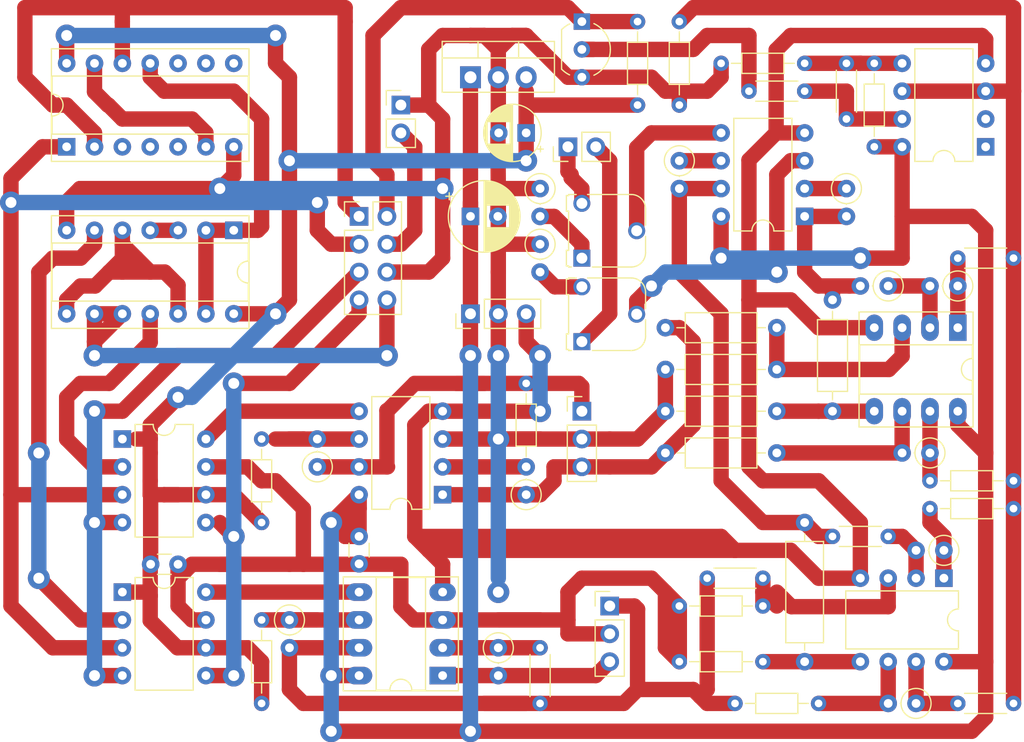
<source format=kicad_pcb>
(kicad_pcb (version 20171130) (host pcbnew 5.1.5+dfsg1-2build2)
  (layers (0 F.Cu signal) (31 B.Cu signal) (34 B.Paste user) (35 F.Paste user) (36 B.SilkS user) (37 F.SilkS user) (38 B.Mask user) (39 F.Mask user) (44 Edge.Cuts user))
  (net 0 "")
  (module Package_DIP:DIP-14_W7.62mm_Socket (layer F.Cu) (at 80.01 33.02 270)
    (fp_text reference REF** hide)
    (fp_text value DIP-14_W7.62mm_Socket hide)
    (pad 14 thru_hole oval (at 7.62 0 270) (size 1.6 1.6) (drill 0.8) (layers *.Cu *.Mask))
    (pad 7 thru_hole oval (at 0 15.24 270) (size 1.6 1.6) (drill 0.8) (layers *.Cu *.Mask))
    (pad 13 thru_hole oval (at 7.62 2.54 270) (size 1.6 1.6) (drill 0.8) (layers *.Cu *.Mask))
    (pad 6 thru_hole oval (at 0 12.7 270) (size 1.6 1.6) (drill 0.8) (layers *.Cu *.Mask))
    (pad 12 thru_hole oval (at 7.62 5.08 270) (size 1.6 1.6) (drill 0.8) (layers *.Cu *.Mask))
    (pad 5 thru_hole oval (at 0 10.16 270) (size 1.6 1.6) (drill 0.8) (layers *.Cu *.Mask))
    (pad 11 thru_hole oval (at 7.62 7.62 270) (size 1.6 1.6) (drill 0.8) (layers *.Cu *.Mask))
    (pad 4 thru_hole oval (at 0 7.62 270) (size 1.6 1.6) (drill 0.8) (layers *.Cu *.Mask))
    (pad 10 thru_hole oval (at 7.62 10.16 270) (size 1.6 1.6) (drill 0.8) (layers *.Cu *.Mask))
    (pad 3 thru_hole oval (at 0 5.08 270) (size 1.6 1.6) (drill 0.8) (layers *.Cu *.Mask))
    (pad 9 thru_hole oval (at 7.62 12.7 270) (size 1.6 1.6) (drill 0.8) (layers *.Cu *.Mask))
    (pad 2 thru_hole oval (at 0 2.54 270) (size 1.6 1.6) (drill 0.8) (layers *.Cu *.Mask))
    (pad 8 thru_hole oval (at 7.62 15.24 270) (size 1.6 1.6) (drill 0.8) (layers *.Cu *.Mask))
    (pad 1 thru_hole rect (at 0 0 270) (size 1.6 1.6) (drill 0.8) (layers *.Cu *.Mask))
  )
  (module Capacitor_THT:C_Disc_D3.0mm_W1.6mm_P2.50mm (layer F.Cu) (at 91.44 60.96 270)
    (fp_text reference REF** hide)
    (fp_text value C_Disc_D3.0mm_W1.6mm_P2.50mm hide)
    (pad 1 thru_hole circle (at 0 0 270) (size 1.6 1.6) (drill 0.8) (layers *.Cu *.Mask))
    (pad 2 thru_hole circle (at 2.5 0 270) (size 1.6 1.6) (drill 0.8) (layers *.Cu *.Mask))
  )
  (module Resistor_THT:R_Axial_DIN0204_L3.6mm_D1.6mm_P7.62mm_Horizontal (layer F.Cu) (at 132.08 17.78 180)
    (fp_text reference REF** hide)
    (fp_text value R_Axial_DIN0204_L3.6mm_D1.6mm_P7.62mm_Horizontal hide)
    (pad 1 thru_hole circle (at 0 0 180) (size 1.4 1.4) (drill 0.7) (layers *.Cu *.Mask))
    (pad 2 thru_hole oval (at 7.62 0 180) (size 1.4 1.4) (drill 0.7) (layers *.Cu *.Mask))
  )
  (module Resistor_THT:R_Axial_DIN0204_L3.6mm_D1.6mm_P5.08mm_Horizontal (layer F.Cu) (at 123.19 64.77)
    (fp_text reference REF** hide)
    (fp_text value R_Axial_DIN0204_L3.6mm_D1.6mm_P5.08mm_Horizontal hide)
    (pad 2 thru_hole oval (at 5.08 0) (size 1.4 1.4) (drill 0.7) (layers *.Cu *.Mask))
    (pad 1 thru_hole circle (at 0 0) (size 1.4 1.4) (drill 0.7) (layers *.Cu *.Mask))
  )
  (module Package_DIP:DIP-8_W7.62mm (layer F.Cu) (at 69.85 52.07)
    (fp_text reference REF** hide)
    (fp_text value DIP-8_W7.62mm hide)
    (pad 1 thru_hole rect (at 0 0) (size 1.6 1.6) (drill 0.8) (layers *.Cu *.Mask))
    (pad 5 thru_hole oval (at 7.62 7.62) (size 1.6 1.6) (drill 0.8) (layers *.Cu *.Mask))
    (pad 2 thru_hole oval (at 0 2.54) (size 1.6 1.6) (drill 0.8) (layers *.Cu *.Mask))
    (pad 6 thru_hole oval (at 7.62 5.08) (size 1.6 1.6) (drill 0.8) (layers *.Cu *.Mask))
    (pad 3 thru_hole oval (at 0 5.08) (size 1.6 1.6) (drill 0.8) (layers *.Cu *.Mask))
    (pad 7 thru_hole oval (at 7.62 2.54) (size 1.6 1.6) (drill 0.8) (layers *.Cu *.Mask))
    (pad 4 thru_hole oval (at 0 7.62) (size 1.6 1.6) (drill 0.8) (layers *.Cu *.Mask))
    (pad 8 thru_hole oval (at 7.62 0) (size 1.6 1.6) (drill 0.8) (layers *.Cu *.Mask))
  )
  (module Package_DIP:DIP-8_W7.62mm (layer F.Cu) (at 148.59 25.4 180)
    (fp_text reference REF** hide)
    (fp_text value DIP-8_W7.62mm hide)
    (pad 8 thru_hole oval (at 7.62 0 180) (size 1.6 1.6) (drill 0.8) (layers *.Cu *.Mask))
    (pad 4 thru_hole oval (at 0 7.62 180) (size 1.6 1.6) (drill 0.8) (layers *.Cu *.Mask))
    (pad 7 thru_hole oval (at 7.62 2.54 180) (size 1.6 1.6) (drill 0.8) (layers *.Cu *.Mask))
    (pad 3 thru_hole oval (at 0 5.08 180) (size 1.6 1.6) (drill 0.8) (layers *.Cu *.Mask))
    (pad 6 thru_hole oval (at 7.62 5.08 180) (size 1.6 1.6) (drill 0.8) (layers *.Cu *.Mask))
    (pad 2 thru_hole oval (at 0 2.54 180) (size 1.6 1.6) (drill 0.8) (layers *.Cu *.Mask))
    (pad 5 thru_hole oval (at 7.62 7.62 180) (size 1.6 1.6) (drill 0.8) (layers *.Cu *.Mask))
    (pad 1 thru_hole rect (at 0 0 180) (size 1.6 1.6) (drill 0.8) (layers *.Cu *.Mask))
  )
  (module Resistor_THT:R_Axial_DIN0207_L6.3mm_D2.5mm_P2.54mm_Vertical (layer F.Cu) (at 144.78 62.23 180)
    (fp_text reference REF** hide)
    (fp_text value R_Axial_DIN0207_L6.3mm_D2.5mm_P2.54mm_Vertical hide)
    (pad 1 thru_hole circle (at 0 0 180) (size 1.6 1.6) (drill 0.8) (layers *.Cu *.Mask))
    (pad 2 thru_hole oval (at 2.54 0 180) (size 1.6 1.6) (drill 0.8) (layers *.Cu *.Mask))
  )
  (module Resistor_THT:R_Axial_DIN0204_L3.6mm_D1.6mm_P5.08mm_Horizontal (layer F.Cu) (at 134.62 60.96)
    (fp_text reference REF** hide)
    (fp_text value R_Axial_DIN0204_L3.6mm_D1.6mm_P5.08mm_Horizontal hide)
    (pad 2 thru_hole oval (at 5.08 0) (size 1.4 1.4) (drill 0.7) (layers *.Cu *.Mask))
    (pad 1 thru_hole circle (at 0 0) (size 1.4 1.4) (drill 0.7) (layers *.Cu *.Mask))
  )
  (module Resistor_THT:R_Axial_DIN0207_L6.3mm_D2.5mm_P2.54mm_Vertical (layer F.Cu) (at 146.05 38.1 180)
    (fp_text reference REF** hide)
    (fp_text value R_Axial_DIN0207_L6.3mm_D2.5mm_P2.54mm_Vertical hide)
    (pad 2 thru_hole oval (at 2.54 0 180) (size 1.6 1.6) (drill 0.8) (layers *.Cu *.Mask))
    (pad 1 thru_hole circle (at 0 0 180) (size 1.6 1.6) (drill 0.8) (layers *.Cu *.Mask))
  )
  (module Resistor_THT:R_Axial_DIN0207_L6.3mm_D2.5mm_P2.54mm_Vertical (layer F.Cu) (at 139.7 38.1 180)
    (fp_text reference REF** hide)
    (fp_text value R_Axial_DIN0207_L6.3mm_D2.5mm_P2.54mm_Vertical hide)
    (pad 2 thru_hole oval (at 2.54 0 180) (size 1.6 1.6) (drill 0.8) (layers *.Cu *.Mask))
    (pad 1 thru_hole circle (at 0 0 180) (size 1.6 1.6) (drill 0.8) (layers *.Cu *.Mask))
  )
  (module Resistor_THT:R_Axial_DIN0204_L3.6mm_D1.6mm_P7.62mm_Horizontal (layer F.Cu) (at 138.43 25.4 90)
    (fp_text reference REF** hide)
    (fp_text value R_Axial_DIN0204_L3.6mm_D1.6mm_P7.62mm_Horizontal hide)
    (pad 1 thru_hole circle (at 0 0 90) (size 1.4 1.4) (drill 0.7) (layers *.Cu *.Mask))
    (pad 2 thru_hole oval (at 7.62 0 90) (size 1.4 1.4) (drill 0.7) (layers *.Cu *.Mask))
  )
  (module Capacitor_THT:C_Disc_D3.0mm_W1.6mm_P2.50mm (layer F.Cu) (at 74.93 63.5 180)
    (fp_text reference REF** hide)
    (fp_text value C_Disc_D3.0mm_W1.6mm_P2.50mm hide)
    (pad 2 thru_hole circle (at 2.5 0 180) (size 1.6 1.6) (drill 0.8) (layers *.Cu *.Mask))
    (pad 1 thru_hole circle (at 0 0 180) (size 1.6 1.6) (drill 0.8) (layers *.Cu *.Mask))
  )
  (module Resistor_THT:R_Axial_DIN0204_L3.6mm_D1.6mm_P5.08mm_Horizontal (layer F.Cu) (at 132.08 20.32 180)
    (fp_text reference REF** hide)
    (fp_text value R_Axial_DIN0204_L3.6mm_D1.6mm_P5.08mm_Horizontal hide)
    (pad 2 thru_hole oval (at 5.08 0 180) (size 1.4 1.4) (drill 0.7) (layers *.Cu *.Mask))
    (pad 1 thru_hole circle (at 0 0 180) (size 1.4 1.4) (drill 0.7) (layers *.Cu *.Mask))
  )
  (module Package_DIP:DIP-14_W7.62mm_Socket (layer F.Cu) (at 64.77 25.4 90)
    (fp_text reference REF** hide)
    (fp_text value DIP-14_W7.62mm_Socket hide)
    (pad 14 thru_hole oval (at 7.62 0 90) (size 1.6 1.6) (drill 0.8) (layers *.Cu *.Mask))
    (pad 7 thru_hole oval (at 0 15.24 90) (size 1.6 1.6) (drill 0.8) (layers *.Cu *.Mask))
    (pad 13 thru_hole oval (at 7.62 2.54 90) (size 1.6 1.6) (drill 0.8) (layers *.Cu *.Mask))
    (pad 6 thru_hole oval (at 0 12.7 90) (size 1.6 1.6) (drill 0.8) (layers *.Cu *.Mask))
    (pad 12 thru_hole oval (at 7.62 5.08 90) (size 1.6 1.6) (drill 0.8) (layers *.Cu *.Mask))
    (pad 5 thru_hole oval (at 0 10.16 90) (size 1.6 1.6) (drill 0.8) (layers *.Cu *.Mask))
    (pad 11 thru_hole oval (at 7.62 7.62 90) (size 1.6 1.6) (drill 0.8) (layers *.Cu *.Mask))
    (pad 4 thru_hole oval (at 0 7.62 90) (size 1.6 1.6) (drill 0.8) (layers *.Cu *.Mask))
    (pad 10 thru_hole oval (at 7.62 10.16 90) (size 1.6 1.6) (drill 0.8) (layers *.Cu *.Mask))
    (pad 3 thru_hole oval (at 0 5.08 90) (size 1.6 1.6) (drill 0.8) (layers *.Cu *.Mask))
    (pad 9 thru_hole oval (at 7.62 12.7 90) (size 1.6 1.6) (drill 0.8) (layers *.Cu *.Mask))
    (pad 2 thru_hole oval (at 0 2.54 90) (size 1.6 1.6) (drill 0.8) (layers *.Cu *.Mask))
    (pad 8 thru_hole oval (at 7.62 15.24 90) (size 1.6 1.6) (drill 0.8) (layers *.Cu *.Mask))
    (pad 1 thru_hole rect (at 0 0 90) (size 1.6 1.6) (drill 0.8) (layers *.Cu *.Mask))
  )
  (module Package_DIP:DIP-8_W7.62mm (layer F.Cu) (at 69.85 66.04)
    (fp_text reference REF** hide)
    (fp_text value DIP-8_W7.62mm hide)
    (pad 8 thru_hole oval (at 7.62 0) (size 1.6 1.6) (drill 0.8) (layers *.Cu *.Mask))
    (pad 4 thru_hole oval (at 0 7.62) (size 1.6 1.6) (drill 0.8) (layers *.Cu *.Mask))
    (pad 7 thru_hole oval (at 7.62 2.54) (size 1.6 1.6) (drill 0.8) (layers *.Cu *.Mask))
    (pad 3 thru_hole oval (at 0 5.08) (size 1.6 1.6) (drill 0.8) (layers *.Cu *.Mask))
    (pad 6 thru_hole oval (at 7.62 5.08) (size 1.6 1.6) (drill 0.8) (layers *.Cu *.Mask))
    (pad 2 thru_hole oval (at 0 2.54) (size 1.6 1.6) (drill 0.8) (layers *.Cu *.Mask))
    (pad 5 thru_hole oval (at 7.62 7.62) (size 1.6 1.6) (drill 0.8) (layers *.Cu *.Mask))
    (pad 1 thru_hole rect (at 0 0) (size 1.6 1.6) (drill 0.8) (layers *.Cu *.Mask))
  )
  (module Resistor_THT:R_Axial_DIN0207_L6.3mm_D2.5mm_P2.54mm_Vertical (layer F.Cu) (at 107.95 34.29 270)
    (fp_text reference REF** hide)
    (fp_text value R_Axial_DIN0207_L6.3mm_D2.5mm_P2.54mm_Vertical hide)
    (pad 1 thru_hole circle (at 0 0 270) (size 1.6 1.6) (drill 0.8) (layers *.Cu *.Mask))
    (pad 2 thru_hole oval (at 2.54 0 270) (size 1.6 1.6) (drill 0.8) (layers *.Cu *.Mask))
  )
  (module Resistor_THT:R_Axial_DIN0207_L6.3mm_D2.5mm_P2.54mm_Vertical (layer F.Cu) (at 107.95 29.21 270)
    (fp_text reference REF** hide)
    (fp_text value R_Axial_DIN0207_L6.3mm_D2.5mm_P2.54mm_Vertical hide)
    (pad 2 thru_hole oval (at 2.54 0 270) (size 1.6 1.6) (drill 0.8) (layers *.Cu *.Mask))
    (pad 1 thru_hole circle (at 0 0 270) (size 1.6 1.6) (drill 0.8) (layers *.Cu *.Mask))
  )
  (module Resistor_THT:R_Axial_DIN0204_L3.6mm_D1.6mm_P7.62mm_Horizontal (layer F.Cu) (at 116.84 21.59 90)
    (fp_text reference REF** hide)
    (fp_text value R_Axial_DIN0204_L3.6mm_D1.6mm_P7.62mm_Horizontal hide)
    (pad 2 thru_hole oval (at 7.62 0 90) (size 1.4 1.4) (drill 0.7) (layers *.Cu *.Mask))
    (pad 1 thru_hole circle (at 0 0 90) (size 1.4 1.4) (drill 0.7) (layers *.Cu *.Mask))
  )
  (module Connector_PinHeader_2.54mm:PinHeader_1x02_P2.54mm_Vertical (layer F.Cu) (at 110.49 25.4 90)
    (fp_text reference REF** hide)
    (fp_text value PinHeader_1x02_P2.54mm_Vertical hide)
    (pad 1 thru_hole rect (at 0 0 90) (size 1.7 1.7) (drill 1) (layers *.Cu *.Mask))
    (pad 2 thru_hole oval (at 0 2.54 90) (size 1.7 1.7) (drill 1) (layers *.Cu *.Mask))
  )
  (module Package_DIP:DIP-8_W7.62mm (layer F.Cu) (at 132.08 31.75 180)
    (fp_text reference REF** hide)
    (fp_text value DIP-8_W7.62mm hide)
    (pad 8 thru_hole oval (at 7.62 0 180) (size 1.6 1.6) (drill 0.8) (layers *.Cu *.Mask))
    (pad 4 thru_hole oval (at 0 7.62 180) (size 1.6 1.6) (drill 0.8) (layers *.Cu *.Mask))
    (pad 7 thru_hole oval (at 7.62 2.54 180) (size 1.6 1.6) (drill 0.8) (layers *.Cu *.Mask))
    (pad 3 thru_hole oval (at 0 5.08 180) (size 1.6 1.6) (drill 0.8) (layers *.Cu *.Mask))
    (pad 6 thru_hole oval (at 7.62 5.08 180) (size 1.6 1.6) (drill 0.8) (layers *.Cu *.Mask))
    (pad 2 thru_hole oval (at 0 2.54 180) (size 1.6 1.6) (drill 0.8) (layers *.Cu *.Mask))
    (pad 5 thru_hole oval (at 7.62 7.62 180) (size 1.6 1.6) (drill 0.8) (layers *.Cu *.Mask))
    (pad 1 thru_hole rect (at 0 0 180) (size 1.6 1.6) (drill 0.8) (layers *.Cu *.Mask))
  )
  (module Potentiometer_THT:Potentiometer_Runtron_RM-065_Vertical (layer F.Cu) (at 111.76 35.56 90)
    (fp_text reference REF** hide)
    (fp_text value Potentiometer_Runtron_RM-065_Vertical hide)
    (pad 3 thru_hole circle (at 5 0 90) (size 1.55 1.55) (drill 1) (layers *.Cu *.Mask))
    (pad 1 thru_hole rect (at 0 0 90) (size 1.55 1.55) (drill 1) (layers *.Cu *.Mask))
    (pad 2 thru_hole circle (at 2.5 5 90) (size 1.55 1.55) (drill 1) (layers *.Cu *.Mask))
  )
  (module Resistor_THT:R_Axial_DIN0204_L3.6mm_D1.6mm_P5.08mm_Horizontal (layer F.Cu) (at 146.05 76.2)
    (fp_text reference REF** hide)
    (fp_text value R_Axial_DIN0204_L3.6mm_D1.6mm_P5.08mm_Horizontal hide)
    (pad 1 thru_hole circle (at 0 0) (size 1.4 1.4) (drill 0.7) (layers *.Cu *.Mask))
    (pad 2 thru_hole oval (at 5.08 0) (size 1.4 1.4) (drill 0.7) (layers *.Cu *.Mask))
  )
  (module Resistor_THT:R_Axial_DIN0204_L3.6mm_D1.6mm_P7.62mm_Horizontal (layer F.Cu) (at 143.51 55.88)
    (fp_text reference REF** hide)
    (fp_text value R_Axial_DIN0204_L3.6mm_D1.6mm_P7.62mm_Horizontal hide)
    (pad 1 thru_hole circle (at 0 0) (size 1.4 1.4) (drill 0.7) (layers *.Cu *.Mask))
    (pad 2 thru_hole oval (at 7.62 0) (size 1.4 1.4) (drill 0.7) (layers *.Cu *.Mask))
  )
  (module Package_DIP:DIP-8_W7.62mm (layer F.Cu) (at 144.78 64.77 270)
    (fp_text reference REF** hide)
    (fp_text value DIP-8_W7.62mm hide)
    (pad 8 thru_hole oval (at 7.62 0 270) (size 1.6 1.6) (drill 0.8) (layers *.Cu *.Mask))
    (pad 4 thru_hole oval (at 0 7.62 270) (size 1.6 1.6) (drill 0.8) (layers *.Cu *.Mask))
    (pad 7 thru_hole oval (at 7.62 2.54 270) (size 1.6 1.6) (drill 0.8) (layers *.Cu *.Mask))
    (pad 3 thru_hole oval (at 0 5.08 270) (size 1.6 1.6) (drill 0.8) (layers *.Cu *.Mask))
    (pad 6 thru_hole oval (at 7.62 5.08 270) (size 1.6 1.6) (drill 0.8) (layers *.Cu *.Mask))
    (pad 2 thru_hole oval (at 0 2.54 270) (size 1.6 1.6) (drill 0.8) (layers *.Cu *.Mask))
    (pad 5 thru_hole oval (at 7.62 7.62 270) (size 1.6 1.6) (drill 0.8) (layers *.Cu *.Mask))
    (pad 1 thru_hole rect (at 0 0 270) (size 1.6 1.6) (drill 0.8) (layers *.Cu *.Mask))
  )
  (module Package_DIP:DIP-8_W7.62mm (layer F.Cu) (at 99.06 57.15 180)
    (fp_text reference REF** hide)
    (fp_text value DIP-8_W7.62mm hide)
    (pad 8 thru_hole oval (at 7.62 0 180) (size 1.6 1.6) (drill 0.8) (layers *.Cu *.Mask))
    (pad 4 thru_hole oval (at 0 7.62 180) (size 1.6 1.6) (drill 0.8) (layers *.Cu *.Mask))
    (pad 7 thru_hole oval (at 7.62 2.54 180) (size 1.6 1.6) (drill 0.8) (layers *.Cu *.Mask))
    (pad 3 thru_hole oval (at 0 5.08 180) (size 1.6 1.6) (drill 0.8) (layers *.Cu *.Mask))
    (pad 6 thru_hole oval (at 7.62 5.08 180) (size 1.6 1.6) (drill 0.8) (layers *.Cu *.Mask))
    (pad 2 thru_hole oval (at 0 2.54 180) (size 1.6 1.6) (drill 0.8) (layers *.Cu *.Mask))
    (pad 5 thru_hole oval (at 7.62 7.62 180) (size 1.6 1.6) (drill 0.8) (layers *.Cu *.Mask))
    (pad 1 thru_hole rect (at 0 0 180) (size 1.6 1.6) (drill 0.8) (layers *.Cu *.Mask))
  )
  (module Resistor_THT:R_Axial_DIN0204_L3.6mm_D1.6mm_P7.62mm_Horizontal (layer F.Cu) (at 120.65 21.59 90)
    (fp_text reference REF** hide)
    (fp_text value R_Axial_DIN0204_L3.6mm_D1.6mm_P7.62mm_Horizontal hide)
    (pad 2 thru_hole oval (at 7.62 0 90) (size 1.4 1.4) (drill 0.7) (layers *.Cu *.Mask))
    (pad 1 thru_hole circle (at 0 0 90) (size 1.4 1.4) (drill 0.7) (layers *.Cu *.Mask))
  )
  (module Resistor_THT:R_Axial_DIN0204_L3.6mm_D1.6mm_P5.08mm_Horizontal (layer F.Cu) (at 135.89 22.86 90)
    (fp_text reference REF** hide)
    (fp_text value R_Axial_DIN0204_L3.6mm_D1.6mm_P5.08mm_Horizontal hide)
    (pad 1 thru_hole circle (at 0 0 90) (size 1.4 1.4) (drill 0.7) (layers *.Cu *.Mask))
    (pad 2 thru_hole oval (at 5.08 0 90) (size 1.4 1.4) (drill 0.7) (layers *.Cu *.Mask))
  )
  (module Resistor_THT:R_Axial_DIN0207_L6.3mm_D2.5mm_P10.16mm_Horizontal (layer F.Cu) (at 134.62 49.53 90)
    (fp_text reference REF** hide)
    (fp_text value R_Axial_DIN0207_L6.3mm_D2.5mm_P10.16mm_Horizontal hide)
    (pad 1 thru_hole circle (at 0 0 90) (size 1.6 1.6) (drill 0.8) (layers *.Cu *.Mask))
    (pad 2 thru_hole oval (at 10.16 0 90) (size 1.6 1.6) (drill 0.8) (layers *.Cu *.Mask))
  )
  (module Resistor_THT:R_Axial_DIN0204_L3.6mm_D1.6mm_P5.08mm_Horizontal (layer F.Cu) (at 146.05 35.56)
    (fp_text reference REF** hide)
    (fp_text value R_Axial_DIN0204_L3.6mm_D1.6mm_P5.08mm_Horizontal hide)
    (pad 1 thru_hole circle (at 0 0) (size 1.4 1.4) (drill 0.7) (layers *.Cu *.Mask))
    (pad 2 thru_hole oval (at 5.08 0) (size 1.4 1.4) (drill 0.7) (layers *.Cu *.Mask))
  )
  (module Potentiometer_THT:Potentiometer_Runtron_RM-065_Vertical (layer F.Cu) (at 111.76 43.18 90)
    (fp_text reference REF** hide)
    (fp_text value Potentiometer_Runtron_RM-065_Vertical hide)
    (pad 2 thru_hole circle (at 2.5 5 90) (size 1.55 1.55) (drill 1) (layers *.Cu *.Mask))
    (pad 1 thru_hole rect (at 0 0 90) (size 1.55 1.55) (drill 1) (layers *.Cu *.Mask))
    (pad 3 thru_hole circle (at 5 0 90) (size 1.55 1.55) (drill 1) (layers *.Cu *.Mask))
  )
  (module Package_TO_SOT_THT:TO-92_Inline_Wide (layer F.Cu) (at 111.76 13.97 270)
    (fp_text reference REF** hide)
    (fp_text value TO-92_Inline_Wide hide)
    (pad 2 thru_hole circle (at 2.54 0) (size 1.5 1.5) (drill 0.8) (layers *.Cu *.Mask))
    (pad 3 thru_hole circle (at 5.08 0) (size 1.5 1.5) (drill 0.8) (layers *.Cu *.Mask))
    (pad 1 thru_hole rect (at 0 0) (size 1.5 1.5) (drill 0.8) (layers *.Cu *.Mask))
  )
  (module Connector_PinHeader_2.54mm:PinHeader_1x02_P2.54mm_Vertical (layer F.Cu) (at 95.25 21.59)
    (fp_text reference REF** hide)
    (fp_text value PinHeader_1x02_P2.54mm_Vertical hide)
    (pad 2 thru_hole oval (at 0 2.54) (size 1.7 1.7) (drill 1) (layers *.Cu *.Mask))
    (pad 1 thru_hole rect (at 0 0) (size 1.7 1.7) (drill 1) (layers *.Cu *.Mask))
  )
  (module Connector_PinHeader_2.54mm:PinHeader_2x04_P2.54mm_Vertical (layer F.Cu) (at 91.44 31.75)
    (fp_text reference REF** hide)
    (fp_text value PinHeader_2x04_P2.54mm_Vertical hide)
    (pad 8 thru_hole oval (at 2.54 7.62) (size 1.7 1.7) (drill 1) (layers *.Cu *.Mask))
    (pad 7 thru_hole oval (at 0 7.62) (size 1.7 1.7) (drill 1) (layers *.Cu *.Mask))
    (pad 6 thru_hole oval (at 2.54 5.08) (size 1.7 1.7) (drill 1) (layers *.Cu *.Mask))
    (pad 5 thru_hole oval (at 0 5.08) (size 1.7 1.7) (drill 1) (layers *.Cu *.Mask))
    (pad 4 thru_hole oval (at 2.54 2.54) (size 1.7 1.7) (drill 1) (layers *.Cu *.Mask))
    (pad 3 thru_hole oval (at 0 2.54) (size 1.7 1.7) (drill 1) (layers *.Cu *.Mask))
    (pad 2 thru_hole oval (at 2.54 0) (size 1.7 1.7) (drill 1) (layers *.Cu *.Mask))
    (pad 1 thru_hole rect (at 0 0) (size 1.7 1.7) (drill 1) (layers *.Cu *.Mask))
  )
  (module Resistor_THT:R_Axial_DIN0207_L6.3mm_D2.5mm_P2.54mm_Vertical (layer F.Cu) (at 106.68 57.15 90)
    (fp_text reference REF** hide)
    (fp_text value R_Axial_DIN0207_L6.3mm_D2.5mm_P2.54mm_Vertical hide)
    (pad 1 thru_hole circle (at 0 0 90) (size 1.6 1.6) (drill 0.8) (layers *.Cu *.Mask))
    (pad 2 thru_hole oval (at 2.54 0 90) (size 1.6 1.6) (drill 0.8) (layers *.Cu *.Mask))
  )
  (module Resistor_THT:R_Axial_DIN0207_L6.3mm_D2.5mm_P2.54mm_Vertical (layer F.Cu) (at 104.14 71.12 270)
    (fp_text reference REF** hide)
    (fp_text value R_Axial_DIN0207_L6.3mm_D2.5mm_P2.54mm_Vertical hide)
    (pad 1 thru_hole circle (at 0 0 270) (size 1.6 1.6) (drill 0.8) (layers *.Cu *.Mask))
    (pad 2 thru_hole oval (at 2.54 0 270) (size 1.6 1.6) (drill 0.8) (layers *.Cu *.Mask))
  )
  (module Connector_PinHeader_2.54mm:PinHeader_1x03_P2.54mm_Vertical (layer F.Cu) (at 114.3 67.31)
    (fp_text reference REF** hide)
    (fp_text value PinHeader_1x03_P2.54mm_Vertical hide)
    (pad 1 thru_hole rect (at 0 0) (size 1.7 1.7) (drill 1) (layers *.Cu *.Mask))
    (pad 2 thru_hole oval (at 0 2.54) (size 1.7 1.7) (drill 1) (layers *.Cu *.Mask))
    (pad 3 thru_hole oval (at 0 5.08) (size 1.7 1.7) (drill 1) (layers *.Cu *.Mask))
  )
  (module Connector_PinHeader_2.54mm:PinHeader_1x03_P2.54mm_Vertical (layer F.Cu) (at 111.76 49.53)
    (fp_text reference REF** hide)
    (fp_text value PinHeader_1x03_P2.54mm_Vertical hide)
    (pad 1 thru_hole rect (at 0 0) (size 1.7 1.7) (drill 1) (layers *.Cu *.Mask))
    (pad 2 thru_hole oval (at 0 2.54) (size 1.7 1.7) (drill 1) (layers *.Cu *.Mask))
    (pad 3 thru_hole oval (at 0 5.08) (size 1.7 1.7) (drill 1) (layers *.Cu *.Mask))
  )
  (module Package_DIP:DIP-8_W7.62mm_Socket_LongPads (layer F.Cu) (at 99.06 73.66 180)
    (fp_text reference REF** hide)
    (fp_text value DIP-8_W7.62mm_Socket_LongPads hide)
    (pad 1 thru_hole rect (at 0 0 180) (size 2.4 1.6) (drill 0.8) (layers *.Cu *.Mask))
    (pad 5 thru_hole oval (at 7.62 7.62 180) (size 2.4 1.6) (drill 0.8) (layers *.Cu *.Mask))
    (pad 2 thru_hole oval (at 0 2.54 180) (size 2.4 1.6) (drill 0.8) (layers *.Cu *.Mask))
    (pad 6 thru_hole oval (at 7.62 5.08 180) (size 2.4 1.6) (drill 0.8) (layers *.Cu *.Mask))
    (pad 3 thru_hole oval (at 0 5.08 180) (size 2.4 1.6) (drill 0.8) (layers *.Cu *.Mask))
    (pad 7 thru_hole oval (at 7.62 2.54 180) (size 2.4 1.6) (drill 0.8) (layers *.Cu *.Mask))
    (pad 4 thru_hole oval (at 0 7.62 180) (size 2.4 1.6) (drill 0.8) (layers *.Cu *.Mask))
    (pad 8 thru_hole oval (at 7.62 0 180) (size 2.4 1.6) (drill 0.8) (layers *.Cu *.Mask))
  )
  (module Resistor_THT:R_Axial_DIN0207_L6.3mm_D2.5mm_P2.54mm_Vertical (layer F.Cu) (at 85.09 68.58 270)
    (fp_text reference REF** hide)
    (fp_text value R_Axial_DIN0207_L6.3mm_D2.5mm_P2.54mm_Vertical hide)
    (pad 2 thru_hole oval (at 2.54 0 270) (size 1.6 1.6) (drill 0.8) (layers *.Cu *.Mask))
    (pad 1 thru_hole circle (at 0 0 270) (size 1.6 1.6) (drill 0.8) (layers *.Cu *.Mask))
  )
  (module Resistor_THT:R_Axial_DIN0204_L3.6mm_D1.6mm_P7.62mm_Horizontal (layer F.Cu) (at 82.55 76.2 90)
    (fp_text reference REF** hide)
    (fp_text value R_Axial_DIN0204_L3.6mm_D1.6mm_P7.62mm_Horizontal hide)
    (pad 1 thru_hole circle (at 0 0 90) (size 1.4 1.4) (drill 0.7) (layers *.Cu *.Mask))
    (pad 2 thru_hole oval (at 7.62 0 90) (size 1.4 1.4) (drill 0.7) (layers *.Cu *.Mask))
  )
  (module Resistor_THT:R_Axial_DIN0204_L3.6mm_D1.6mm_P5.08mm_Horizontal (layer F.Cu) (at 107.95 76.2 90)
    (fp_text reference REF** hide)
    (fp_text value R_Axial_DIN0204_L3.6mm_D1.6mm_P5.08mm_Horizontal hide)
    (pad 1 thru_hole circle (at 0 0 90) (size 1.4 1.4) (drill 0.7) (layers *.Cu *.Mask))
    (pad 2 thru_hole oval (at 5.08 0 90) (size 1.4 1.4) (drill 0.7) (layers *.Cu *.Mask))
  )
  (module Resistor_THT:R_Axial_DIN0204_L3.6mm_D1.6mm_P7.62mm_Horizontal (layer F.Cu) (at 143.51 58.42)
    (fp_text reference REF** hide)
    (fp_text value R_Axial_DIN0204_L3.6mm_D1.6mm_P7.62mm_Horizontal hide)
    (pad 2 thru_hole oval (at 7.62 0) (size 1.4 1.4) (drill 0.7) (layers *.Cu *.Mask))
    (pad 1 thru_hole circle (at 0 0) (size 1.4 1.4) (drill 0.7) (layers *.Cu *.Mask))
  )
  (module Resistor_THT:R_Axial_DIN0207_L6.3mm_D2.5mm_P10.16mm_Horizontal (layer F.Cu) (at 119.38 53.34)
    (fp_text reference REF** hide)
    (fp_text value R_Axial_DIN0207_L6.3mm_D2.5mm_P10.16mm_Horizontal hide)
    (pad 1 thru_hole circle (at 0 0) (size 1.6 1.6) (drill 0.8) (layers *.Cu *.Mask))
    (pad 2 thru_hole oval (at 10.16 0) (size 1.6 1.6) (drill 0.8) (layers *.Cu *.Mask))
  )
  (module Resistor_THT:R_Axial_DIN0207_L6.3mm_D2.5mm_P10.16mm_Horizontal (layer F.Cu) (at 119.38 49.53)
    (fp_text reference REF** hide)
    (fp_text value R_Axial_DIN0207_L6.3mm_D2.5mm_P10.16mm_Horizontal hide)
    (pad 1 thru_hole circle (at 0 0) (size 1.6 1.6) (drill 0.8) (layers *.Cu *.Mask))
    (pad 2 thru_hole oval (at 10.16 0) (size 1.6 1.6) (drill 0.8) (layers *.Cu *.Mask))
  )
  (module Resistor_THT:R_Axial_DIN0207_L6.3mm_D2.5mm_P10.16mm_Horizontal (layer F.Cu) (at 119.38 45.72)
    (fp_text reference REF** hide)
    (fp_text value R_Axial_DIN0207_L6.3mm_D2.5mm_P10.16mm_Horizontal hide)
    (pad 1 thru_hole circle (at 0 0) (size 1.6 1.6) (drill 0.8) (layers *.Cu *.Mask))
    (pad 2 thru_hole oval (at 10.16 0) (size 1.6 1.6) (drill 0.8) (layers *.Cu *.Mask))
  )
  (module Resistor_THT:R_Axial_DIN0207_L6.3mm_D2.5mm_P10.16mm_Horizontal (layer F.Cu) (at 119.38 41.91)
    (fp_text reference REF** hide)
    (fp_text value R_Axial_DIN0207_L6.3mm_D2.5mm_P10.16mm_Horizontal hide)
    (pad 2 thru_hole oval (at 10.16 0) (size 1.6 1.6) (drill 0.8) (layers *.Cu *.Mask))
    (pad 1 thru_hole circle (at 0 0) (size 1.6 1.6) (drill 0.8) (layers *.Cu *.Mask))
  )
  (module Resistor_THT:R_Axial_DIN0204_L3.6mm_D1.6mm_P7.62mm_Horizontal (layer F.Cu) (at 120.65 72.39)
    (fp_text reference REF** hide)
    (fp_text value R_Axial_DIN0204_L3.6mm_D1.6mm_P7.62mm_Horizontal hide)
    (pad 2 thru_hole oval (at 7.62 0) (size 1.4 1.4) (drill 0.7) (layers *.Cu *.Mask))
    (pad 1 thru_hole circle (at 0 0) (size 1.4 1.4) (drill 0.7) (layers *.Cu *.Mask))
  )
  (module Resistor_THT:R_Axial_DIN0204_L3.6mm_D1.6mm_P7.62mm_Horizontal (layer F.Cu) (at 120.65 67.31)
    (fp_text reference REF** hide)
    (fp_text value R_Axial_DIN0204_L3.6mm_D1.6mm_P7.62mm_Horizontal hide)
    (pad 2 thru_hole oval (at 7.62 0) (size 1.4 1.4) (drill 0.7) (layers *.Cu *.Mask))
    (pad 1 thru_hole circle (at 0 0) (size 1.4 1.4) (drill 0.7) (layers *.Cu *.Mask))
  )
  (module Resistor_THT:R_Axial_DIN0309_L9.0mm_D3.2mm_P12.70mm_Horizontal (layer F.Cu) (at 132.08 59.69 270)
    (fp_text reference REF** hide)
    (fp_text value R_Axial_DIN0309_L9.0mm_D3.2mm_P12.70mm_Horizontal hide)
    (pad 1 thru_hole circle (at 0 0 270) (size 1.6 1.6) (drill 0.8) (layers *.Cu *.Mask))
    (pad 2 thru_hole oval (at 12.7 0 270) (size 1.6 1.6) (drill 0.8) (layers *.Cu *.Mask))
  )
  (module Resistor_THT:R_Axial_DIN0204_L3.6mm_D1.6mm_P7.62mm_Horizontal (layer F.Cu) (at 125.73 76.2)
    (fp_text reference REF** hide)
    (fp_text value R_Axial_DIN0204_L3.6mm_D1.6mm_P7.62mm_Horizontal hide)
    (pad 1 thru_hole circle (at 0 0) (size 1.4 1.4) (drill 0.7) (layers *.Cu *.Mask))
    (pad 2 thru_hole oval (at 7.62 0) (size 1.4 1.4) (drill 0.7) (layers *.Cu *.Mask))
  )
  (module Resistor_THT:R_Axial_DIN0207_L6.3mm_D2.5mm_P2.54mm_Vertical (layer F.Cu) (at 142.24 76.2 180)
    (fp_text reference REF** hide)
    (fp_text value R_Axial_DIN0207_L6.3mm_D2.5mm_P2.54mm_Vertical hide)
    (pad 1 thru_hole circle (at 0 0 180) (size 1.6 1.6) (drill 0.8) (layers *.Cu *.Mask))
    (pad 2 thru_hole oval (at 2.54 0 180) (size 1.6 1.6) (drill 0.8) (layers *.Cu *.Mask))
  )
  (module Resistor_THT:R_Axial_DIN0207_L6.3mm_D2.5mm_P2.54mm_Vertical (layer F.Cu) (at 143.51 53.34 180)
    (fp_text reference REF** hide)
    (fp_text value R_Axial_DIN0207_L6.3mm_D2.5mm_P2.54mm_Vertical hide)
    (pad 2 thru_hole oval (at 2.54 0 180) (size 1.6 1.6) (drill 0.8) (layers *.Cu *.Mask))
    (pad 1 thru_hole circle (at 0 0 180) (size 1.6 1.6) (drill 0.8) (layers *.Cu *.Mask))
  )
  (module Resistor_THT:R_Axial_DIN0207_L6.3mm_D2.5mm_P2.54mm_Vertical (layer F.Cu) (at 120.65 26.67 270)
    (fp_text reference REF** hide)
    (fp_text value R_Axial_DIN0207_L6.3mm_D2.5mm_P2.54mm_Vertical hide)
    (pad 1 thru_hole circle (at 0 0 270) (size 1.6 1.6) (drill 0.8) (layers *.Cu *.Mask))
    (pad 2 thru_hole oval (at 2.54 0 270) (size 1.6 1.6) (drill 0.8) (layers *.Cu *.Mask))
  )
  (module Resistor_THT:R_Axial_DIN0207_L6.3mm_D2.5mm_P2.54mm_Vertical (layer F.Cu) (at 135.89 29.21 270)
    (fp_text reference REF** hide)
    (fp_text value R_Axial_DIN0207_L6.3mm_D2.5mm_P2.54mm_Vertical hide)
    (pad 1 thru_hole circle (at 0 0 270) (size 1.6 1.6) (drill 0.8) (layers *.Cu *.Mask))
    (pad 2 thru_hole oval (at 2.54 0 270) (size 1.6 1.6) (drill 0.8) (layers *.Cu *.Mask))
  )
  (module Package_DIP:DIP-8_W7.62mm_Socket_LongPads (layer F.Cu) (at 146.05 41.91 270)
    (fp_text reference REF** hide)
    (fp_text value DIP-8_W7.62mm_Socket_LongPads hide)
    (pad 1 thru_hole rect (at 0 0 270) (size 2.4 1.6) (drill 0.8) (layers *.Cu *.Mask))
    (pad 5 thru_hole oval (at 7.62 7.62 270) (size 2.4 1.6) (drill 0.8) (layers *.Cu *.Mask))
    (pad 2 thru_hole oval (at 0 2.54 270) (size 2.4 1.6) (drill 0.8) (layers *.Cu *.Mask))
    (pad 6 thru_hole oval (at 7.62 5.08 270) (size 2.4 1.6) (drill 0.8) (layers *.Cu *.Mask))
    (pad 3 thru_hole oval (at 0 5.08 270) (size 2.4 1.6) (drill 0.8) (layers *.Cu *.Mask))
    (pad 7 thru_hole oval (at 7.62 2.54 270) (size 2.4 1.6) (drill 0.8) (layers *.Cu *.Mask))
    (pad 4 thru_hole oval (at 0 7.62 270) (size 2.4 1.6) (drill 0.8) (layers *.Cu *.Mask))
    (pad 8 thru_hole oval (at 7.62 0 270) (size 2.4 1.6) (drill 0.8) (layers *.Cu *.Mask))
  )
  (module Resistor_THT:R_Axial_DIN0207_L6.3mm_D2.5mm_P2.54mm_Vertical (layer F.Cu) (at 87.63 54.61 90)
    (fp_text reference REF** hide)
    (fp_text value R_Axial_DIN0207_L6.3mm_D2.5mm_P2.54mm_Vertical hide)
    (pad 1 thru_hole circle (at 0 0 90) (size 1.6 1.6) (drill 0.8) (layers *.Cu *.Mask))
    (pad 2 thru_hole oval (at 2.54 0 90) (size 1.6 1.6) (drill 0.8) (layers *.Cu *.Mask))
  )
  (module Resistor_THT:R_Axial_DIN0204_L3.6mm_D1.6mm_P7.62mm_Horizontal (layer F.Cu) (at 106.68 54.61 90)
    (fp_text reference REF** hide)
    (fp_text value R_Axial_DIN0204_L3.6mm_D1.6mm_P7.62mm_Horizontal hide)
    (pad 1 thru_hole circle (at 0 0 90) (size 1.4 1.4) (drill 0.7) (layers *.Cu *.Mask))
    (pad 2 thru_hole oval (at 7.62 0 90) (size 1.4 1.4) (drill 0.7) (layers *.Cu *.Mask))
  )
  (module Resistor_THT:R_Axial_DIN0204_L3.6mm_D1.6mm_P7.62mm_Horizontal (layer F.Cu) (at 82.55 59.69 90)
    (fp_text reference REF** hide)
    (fp_text value R_Axial_DIN0204_L3.6mm_D1.6mm_P7.62mm_Horizontal hide)
    (pad 2 thru_hole oval (at 7.62 0 90) (size 1.4 1.4) (drill 0.7) (layers *.Cu *.Mask))
    (pad 1 thru_hole circle (at 0 0 90) (size 1.4 1.4) (drill 0.7) (layers *.Cu *.Mask))
  )
  (module Capacitor_THT:CP_Radial_D5.0mm_P2.50mm (layer F.Cu) (at 106.68 24.13 180)
    (fp_text reference REF** hide)
    (fp_text value CP_Radial_D5.0mm_P2.50mm hide)
    (pad 2 thru_hole circle (at 2.5 0 180) (size 1.6 1.6) (drill 0.8) (layers *.Cu *.Mask))
    (pad 1 thru_hole rect (at 0 0 180) (size 1.6 1.6) (drill 0.8) (layers *.Cu *.Mask))
  )
  (module Connector_PinHeader_2.54mm:PinHeader_1x03_P2.54mm_Vertical (layer F.Cu) (at 101.6 40.64 90)
    (fp_text reference REF** hide)
    (fp_text value PinHeader_1x03_P2.54mm_Vertical hide)
    (pad 3 thru_hole oval (at 0 5.08 90) (size 1.7 1.7) (drill 1) (layers *.Cu *.Mask))
    (pad 2 thru_hole oval (at 0 2.54 90) (size 1.7 1.7) (drill 1) (layers *.Cu *.Mask))
    (pad 1 thru_hole rect (at 0 0 90) (size 1.7 1.7) (drill 1) (layers *.Cu *.Mask))
  )
  (module Capacitor_THT:CP_Radial_D6.3mm_P2.50mm (layer F.Cu) (at 101.6 31.75)
    (fp_text reference REF** hide)
    (fp_text value CP_Radial_D6.3mm_P2.50mm hide)
    (pad 1 thru_hole rect (at 0 0) (size 1.6 1.6) (drill 0.8) (layers *.Cu *.Mask))
    (pad 2 thru_hole circle (at 2.5 0) (size 1.6 1.6) (drill 0.8) (layers *.Cu *.Mask))
  )
  (module Package_TO_SOT_THT:TO-220-3_Vertical (layer F.Cu) (at 101.6 19.05)
    (fp_text reference REF** hide)
    (fp_text value TO-220-3_Vertical hide)
    (pad 3 thru_hole oval (at 5.08 0) (size 1.905 2) (drill 1.1) (layers *.Cu *.Mask))
    (pad 2 thru_hole oval (at 2.54 0) (size 1.905 2) (drill 1.1) (layers *.Cu *.Mask))
    (pad 1 thru_hole rect (at 0 0) (size 1.905 2) (drill 1.1) (layers *.Cu *.Mask))
  )
  (segment (start 104.14 30.52) (end 104.1 30.48) (width 1.4) (layer F.Cu) (net 0))
  (segment (start 101.6 40.64) (end 101.6 30.48) (width 1.4) (layer F.Cu) (net 0))
  (segment (start 87.63 54.61) (end 91.44 54.61) (width 1.4) (layer F.Cu) (net 0))
  (segment (start 83.82 52.07) (end 86.36 52.07) (width 1.4) (layer F.Cu) (net 0))
  (segment (start 86.36 52.07) (end 91.44 52.07) (width 1.4) (layer F.Cu) (net 0))
  (segment (start 85.09 52.07) (end 86.36 52.07) (width 1.4) (layer F.Cu) (net 0))
  (segment (start 99.06 57.15) (end 107.95 57.15) (width 1.4) (layer F.Cu) (net 0))
  (segment (start 143.51 41.91) (end 143.51 38.1) (width 1.4) (layer F.Cu) (net 0))
  (segment (start 140.97 44.51) (end 139.76 45.72) (width 1.4) (layer F.Cu) (net 0))
  (segment (start 140.97 41.91) (end 140.97 44.51) (width 1.4) (layer F.Cu) (net 0))
  (segment (start 133.35 49.53) (end 129.54 49.53) (width 1.4) (layer F.Cu) (net 0))
  (segment (start 139.76 45.72) (end 129.54 45.72) (width 1.4) (layer F.Cu) (net 0))
  (segment (start 129.54 41.91) (end 129.54 45.72) (width 1.4) (layer F.Cu) (net 0))
  (segment (start 138.43 49.53) (end 133.35 49.53) (width 1.4) (layer F.Cu) (net 0))
  (segment (start 132.08 72.39) (end 128.27 72.39) (width 1.4) (layer F.Cu) (net 0))
  (segment (start 139.7 64.77) (end 139.7 67.37) (width 1.4) (layer F.Cu) (net 0))
  (segment (start 134.62 60.96) (end 133.35 60.96) (width 1.4) (layer F.Cu) (net 0))
  (segment (start 133.35 60.96) (end 132.08 59.69) (width 1.4) (layer F.Cu) (net 0))
  (segment (start 137.16 72.39) (end 132.08 72.39) (width 1.4) (layer F.Cu) (net 0))
  (segment (start 120.65 68.58) (end 120.65 72.39) (width 1.4) (layer F.Cu) (net 0))
  (segment (start 119.38 45.72) (end 119.38 49.53) (width 1.4) (layer F.Cu) (net 0))
  (segment (start 119.38 41.91) (end 120.65 41.91) (width 1.4) (layer F.Cu) (net 0))
  (segment (start 120.65 41.91) (end 121.92 43.18) (width 1.4) (layer F.Cu) (net 0))
  (segment (start 121.92 43.18) (end 121.92 50.8) (width 1.4) (layer F.Cu) (net 0))
  (segment (start 121.92 50.8) (end 119.38 53.34) (width 1.4) (layer F.Cu) (net 0))
  (segment (start 129.54 53.34) (end 140.97 53.34) (width 1.4) (layer F.Cu) (net 0))
  (segment (start 140.97 53.34) (end 140.97 49.53) (width 1.4) (layer F.Cu) (net 0))
  (segment (start 128.27 55.88) (end 127 54.61) (width 1.4) (layer F.Cu) (net 0))
  (segment (start 137.16 64.77) (end 137.16 59.69) (width 1.4) (layer F.Cu) (net 0))
  (segment (start 138.43 41.91) (end 133.35 41.91) (width 1.4) (layer F.Cu) (net 0))
  (segment (start 133.35 55.88) (end 137.16 59.69) (width 1.4) (layer F.Cu) (net 0))
  (segment (start 128.27 55.88) (end 133.35 55.88) (width 1.4) (layer F.Cu) (net 0))
  (via (at 124.46 35.56) (size 2) (drill 1) (layers F.Cu B.Cu) (net 0))
  (via (at 137.16 35.56) (size 2) (drill 1) (layers F.Cu B.Cu) (net 0))
  (segment (start 128.27 59.69) (end 132.08 59.69) (width 1.4) (layer F.Cu) (net 0))
  (segment (start 124.46 55.88) (end 128.27 59.69) (width 1.4) (layer F.Cu) (net 0))
  (segment (start 124.46 40.64) (end 124.46 55.88) (width 1.4) (layer F.Cu) (net 0))
  (segment (start 124.46 35.56) (end 124.46 31.75) (width 1.4) (layer F.Cu) (net 0))
  (segment (start 137.16 35.56) (end 124.46 35.56) (width 1.4) (layer B.Cu) (net 0))
  (segment (start 74.87 71.12) (end 77.47 71.12) (width 1.4) (layer F.Cu) (net 0))
  (segment (start 83.82 68.58) (end 86.36 68.58) (width 1.4) (layer F.Cu) (net 0))
  (segment (start 86.36 68.58) (end 91.44 68.58) (width 1.4) (layer F.Cu) (net 0))
  (segment (start 85.09 68.58) (end 86.36 68.58) (width 1.4) (layer F.Cu) (net 0))
  (segment (start 96.46 68.58) (end 95.25 67.37) (width 1.4) (layer F.Cu) (net 0))
  (segment (start 99.06 68.58) (end 96.46 68.58) (width 1.4) (layer F.Cu) (net 0))
  (segment (start 95.25 67.37) (end 95.25 63.5) (width 1.4) (layer F.Cu) (net 0))
  (segment (start 91.44 54.61) (end 94.04 54.61) (width 1.4) (layer F.Cu) (net 0))
  (segment (start 93.98 54.61) (end 93.98 49.47) (width 1.4) (layer F.Cu) (net 0))
  (segment (start 96.52 46.99) (end 102.87 46.99) (width 1.4) (layer F.Cu) (net 0))
  (segment (start 109.22 54.61) (end 109.22 55.88) (width 1.4) (layer F.Cu) (net 0))
  (segment (start 107.95 57.15) (end 104.14 57.15) (width 1.4) (layer F.Cu) (net 0))
  (segment (start 109.22 55.88) (end 107.95 57.15) (width 1.4) (layer F.Cu) (net 0))
  (segment (start 114.3 54.61) (end 109.22 54.61) (width 1.4) (layer F.Cu) (net 0))
  (segment (start 114.3 52.07) (end 104.14 52.07) (width 1.4) (layer F.Cu) (net 0))
  (segment (start 99.4 68.58) (end 99.06 68.58) (width 1.4) (layer F.Cu) (net 0))
  (segment (start 118.11 54.61) (end 119.38 53.34) (width 1.4) (layer F.Cu) (net 0))
  (segment (start 72.39 53.34) (end 72.39 55.88) (width 1.4) (layer F.Cu) (net 0))
  (segment (start 73.66 57.15) (end 76.2 57.15) (width 1.4) (layer F.Cu) (net 0))
  (segment (start 73.66 57.15) (end 74.93 57.15) (width 1.4) (layer F.Cu) (net 0))
  (segment (start 118.11 54.61) (end 114.3 54.61) (width 1.4) (layer F.Cu) (net 0))
  (segment (start 67.31 20.38) (end 67.31 17.78) (width 1.4) (layer F.Cu) (net 0))
  (segment (start 68.52 21.59) (end 67.31 20.38) (width 1.4) (layer F.Cu) (net 0))
  (segment (start 80.01 33.02) (end 77.47 33.02) (width 1.4) (layer F.Cu) (net 0))
  (segment (start 74.93 33.02) (end 72.39 33.02) (width 1.4) (layer F.Cu) (net 0))
  (segment (start 69.85 40.64) (end 67.31 40.64) (width 1.4) (layer F.Cu) (net 0))
  (segment (start 68.64 36.83) (end 69.85 35.62) (width 1.4) (layer F.Cu) (net 0))
  (segment (start 77.47 40.64) (end 77.47 33.02) (width 1.4) (layer F.Cu) (net 0))
  (via (at 67.31 44.45) (size 2) (drill 1) (layers F.Cu B.Cu) (net 0))
  (segment (start 101.6 31.75) (end 101.6 19.05) (width 1.4) (layer F.Cu) (net 0))
  (segment (start 104.1 24.21) (end 104.18 24.13) (width 1.4) (layer F.Cu) (net 0))
  (segment (start 104.14 24.09) (end 104.18 24.13) (width 1.4) (layer F.Cu) (net 0))
  (segment (start 104.14 19.05) (end 104.14 24.09) (width 1.4) (layer F.Cu) (net 0))
  (segment (start 74.93 38.04) (end 73.72 36.83) (width 1.4) (layer F.Cu) (net 0))
  (segment (start 74.93 40.64) (end 74.93 38.04) (width 1.4) (layer F.Cu) (net 0))
  (via (at 62.23 53.34) (size 2) (drill 1) (layers F.Cu B.Cu) (net 0))
  (via (at 62.23 64.77) (size 2) (drill 1) (layers F.Cu B.Cu) (net 0))
  (segment (start 64.77 25.4) (end 62.57 25.4) (width 1.4) (layer F.Cu) (net 0))
  (segment (start 69.85 13.97) (end 69.85 17.78) (width 1.4) (layer F.Cu) (net 0))
  (segment (start 80.01 28) (end 80.01 27.94) (width 1.4) (layer F.Cu) (net 0))
  (segment (start 65.98 29.21) (end 78.8 29.21) (width 1.4) (layer F.Cu) (net 0))
  (segment (start 78.8 29.21) (end 80.01 28) (width 1.4) (layer F.Cu) (net 0))
  (segment (start 64.77 30.42) (end 65.98 29.21) (width 1.4) (layer F.Cu) (net 0))
  (segment (start 64.77 33.02) (end 64.77 30.42) (width 1.4) (layer F.Cu) (net 0))
  (segment (start 83.82 40.64) (end 80.01 40.64) (width 1.4) (layer F.Cu) (net 0))
  (segment (start 120.65 68.58) (end 120.65 67.31) (width 1.4) (layer F.Cu) (net 0))
  (segment (start 116.84 52.07) (end 119.38 49.53) (width 1.4) (layer F.Cu) (net 0))
  (segment (start 67.31 34.29) (end 67.31 33.02) (width 1.4) (layer F.Cu) (net 0))
  (segment (start 66.04 35.56) (end 67.31 34.29) (width 1.4) (layer F.Cu) (net 0))
  (via (at 80.01 73.66) (size 2) (drill 1) (layers F.Cu B.Cu) (net 0))
  (via (at 80.01 60.96) (size 2) (drill 1) (layers F.Cu B.Cu) (net 0))
  (via (at 80.01 46.99) (size 2) (drill 1) (layers F.Cu B.Cu) (net 0))
  (segment (start 80.01 60.96) (end 80.01 46.99) (width 1.4) (layer B.Cu) (net 0))
  (segment (start 78.74 59.69) (end 80.01 60.96) (width 1.4) (layer F.Cu) (net 0))
  (segment (start 80.01 57.15) (end 82.55 59.69) (width 1.4) (layer F.Cu) (net 0))
  (segment (start 76.2 57.15) (end 80.01 57.15) (width 1.4) (layer F.Cu) (net 0))
  (segment (start 69.85 57.15) (end 59.69 57.15) (width 1.4) (layer F.Cu) (net 0))
  (via (at 59.69 30.48) (size 2) (drill 1) (layers F.Cu B.Cu) (net 0))
  (via (at 87.63 30.48) (size 2) (drill 1) (layers F.Cu B.Cu) (net 0))
  (segment (start 69.85 13.97) (end 69.85 13.97) (width 1.4) (layer F.Cu) (net 0))
  (via (at 67.31 73.66) (size 2) (drill 1) (layers F.Cu B.Cu) (net 0))
  (via (at 67.31 59.69) (size 2) (drill 1) (layers F.Cu B.Cu) (net 0))
  (segment (start 67.31 59.69) (end 69.85 59.69) (width 1.4) (layer F.Cu) (net 0))
  (segment (start 67.31 73.66) (end 69.85 73.66) (width 1.4) (layer F.Cu) (net 0))
  (via (at 67.31 49.53) (size 2) (drill 1) (layers F.Cu B.Cu) (net 0))
  (segment (start 67.31 59.69) (end 67.31 49.53) (width 1.4) (layer B.Cu) (net 0))
  (segment (start 80.01 46.99) (end 85.09 46.99) (width 1.4) (layer F.Cu) (net 0))
  (segment (start 91.44 40.64) (end 91.44 39.37) (width 1.4) (layer F.Cu) (net 0))
  (segment (start 85.09 46.99) (end 91.44 40.64) (width 1.4) (layer F.Cu) (net 0))
  (segment (start 91.44 36.83) (end 83.82 44.45) (width 1.4) (layer F.Cu) (net 0))
  (via (at 93.98 44.45) (size 2) (drill 1) (layers F.Cu B.Cu) (net 0))
  (segment (start 93.98 39.37) (end 93.98 44.45) (width 1.4) (layer F.Cu) (net 0))
  (segment (start 90.17 30.48) (end 91.44 31.75) (width 1.4) (layer F.Cu) (net 0))
  (segment (start 90.17 13.97) (end 90.17 30.48) (width 1.4) (layer F.Cu) (net 0))
  (segment (start 104.14 16.51) (end 102.87 15.24) (width 1.4) (layer F.Cu) (net 0))
  (segment (start 104.14 19.05) (end 104.14 16.51) (width 1.4) (layer F.Cu) (net 0))
  (segment (start 104.14 16.51) (end 105.41 15.24) (width 1.4) (layer F.Cu) (net 0))
  (segment (start 101.6 15.24) (end 106.68 15.24) (width 1.4) (layer F.Cu) (net 0))
  (segment (start 105.41 15.24) (end 106.68 15.24) (width 1.4) (layer F.Cu) (net 0))
  (segment (start 102.87 15.24) (end 101.6 15.24) (width 1.4) (layer F.Cu) (net 0))
  (segment (start 62.23 53.34) (end 62.23 64.77) (width 1.4) (layer B.Cu) (net 0))
  (segment (start 59.69 57.15) (end 59.69 29.55) (width 1.4) (layer F.Cu) (net 0))
  (segment (start 66.04 68.58) (end 69.85 68.58) (width 1.4) (layer F.Cu) (net 0))
  (segment (start 62.23 64.77) (end 66.04 68.58) (width 1.4) (layer F.Cu) (net 0))
  (segment (start 63.5 71.12) (end 69.85 71.12) (width 1.4) (layer F.Cu) (net 0))
  (segment (start 59.69 67.31) (end 63.5 71.12) (width 1.4) (layer F.Cu) (net 0))
  (segment (start 146.05 49.53) (end 146.05 50.8) (width 1.4) (layer F.Cu) (net 0))
  (segment (start 146.05 50.8) (end 148.59 53.34) (width 1.4) (layer F.Cu) (net 0))
  (segment (start 136.170051 38.1) (end 137.16 38.1) (width 1.4) (layer F.Cu) (net 0))
  (segment (start 132.08 36.83) (end 133.35 38.1) (width 1.4) (layer F.Cu) (net 0))
  (segment (start 134.62 39.37) (end 134.62 38.1) (width 1.4) (layer F.Cu) (net 0))
  (segment (start 134.62 38.1) (end 136.170051 38.1) (width 1.4) (layer F.Cu) (net 0))
  (segment (start 133.35 38.1) (end 134.62 38.1) (width 1.4) (layer F.Cu) (net 0))
  (segment (start 132.08 29.21) (end 135.89 29.21) (width 1.4) (layer F.Cu) (net 0))
  (segment (start 135.89 31.75) (end 132.08 31.75) (width 1.4) (layer F.Cu) (net 0))
  (segment (start 140.97 17.78) (end 138.43 17.78) (width 1.4) (layer F.Cu) (net 0))
  (segment (start 140.97 22.86) (end 135.89 22.86) (width 1.4) (layer F.Cu) (net 0))
  (segment (start 148.59 20.32) (end 140.97 20.32) (width 1.4) (layer F.Cu) (net 0))
  (segment (start 132.08 36.83) (end 132.08 31.75) (width 1.4) (layer F.Cu) (net 0))
  (segment (start 124.46 26.67) (end 120.65 26.67) (width 1.4) (layer F.Cu) (net 0))
  (segment (start 124.46 29.21) (end 120.65 29.21) (width 1.4) (layer F.Cu) (net 0))
  (segment (start 120.65 36.83) (end 124.46 40.64) (width 1.4) (layer F.Cu) (net 0))
  (segment (start 120.65 29.21) (end 120.65 36.83) (width 1.4) (layer F.Cu) (net 0))
  (segment (start 94.04 49.47) (end 96.52 46.99) (width 1.4) (layer F.Cu) (net 0))
  (segment (start 93.98 49.47) (end 94.04 49.47) (width 1.4) (layer F.Cu) (net 0))
  (segment (start 99.06 49.53) (end 97.79 49.53) (width 1.4) (layer F.Cu) (net 0))
  (segment (start 97.79 49.53) (end 96.52 50.8) (width 1.4) (layer F.Cu) (net 0))
  (segment (start 139.7 67.37) (end 130.87 67.37) (width 1.4) (layer F.Cu) (net 0))
  (segment (start 129.54 67.31) (end 128.27 66.04) (width 1.4) (layer F.Cu) (net 0))
  (segment (start 130.87 67.37) (end 129.54 66.04) (width 1.4) (layer F.Cu) (net 0))
  (segment (start 128.27 66.04) (end 128.27 67.31) (width 1.4) (layer F.Cu) (net 0))
  (segment (start 128.27 64.77) (end 128.27 66.04) (width 1.4) (layer F.Cu) (net 0))
  (segment (start 96.52 50.8) (end 96.52 60.96) (width 1.4) (layer F.Cu) (net 0))
  (segment (start 81.28 71.12) (end 82.55 72.39) (width 1.4) (layer F.Cu) (net 0))
  (segment (start 82.55 72.39) (end 82.55 76.2) (width 1.4) (layer F.Cu) (net 0))
  (segment (start 82.55 68.58) (end 87.63 68.58) (width 1.4) (layer F.Cu) (net 0))
  (segment (start 91.44 71.12) (end 85.09 71.12) (width 1.4) (layer F.Cu) (net 0))
  (segment (start 85.09 74.93) (end 85.09 71.12) (width 1.4) (layer F.Cu) (net 0))
  (segment (start 86.36 76.2) (end 85.09 74.93) (width 1.4) (layer F.Cu) (net 0))
  (via (at 88.9 73.66) (size 2) (drill 1) (layers F.Cu B.Cu) (net 0))
  (via (at 88.9 59.69) (size 2) (drill 1) (layers F.Cu B.Cu) (net 0))
  (segment (start 88.9 73.66) (end 91.44 73.66) (width 1.4) (layer F.Cu) (net 0))
  (segment (start 91.44 57.15) (end 88.9 59.69) (width 1.4) (layer F.Cu) (net 0))
  (via (at 88.9 78.74) (size 2) (drill 1) (layers F.Cu B.Cu) (net 0))
  (segment (start 78.74 63.5) (end 85.09 63.5) (width 1.4) (layer F.Cu) (net 0))
  (segment (start 59.69 67.31) (end 59.69 57.15) (width 1.4) (layer F.Cu) (net 0))
  (segment (start 80.01 60.96) (end 80.01 73.66) (width 1.4) (layer B.Cu) (net 0))
  (segment (start 99.06 63.5) (end 99.06 66.04) (width 1.4) (layer F.Cu) (net 0))
  (segment (start 99.06 68.58) (end 107.95 68.58) (width 1.4) (layer F.Cu) (net 0))
  (segment (start 88.9 59.69) (end 88.9 73.66) (width 1.4) (layer B.Cu) (net 0))
  (segment (start 88.9 73.66) (end 88.9 78.74) (width 1.4) (layer B.Cu) (net 0))
  (segment (start 123.19 76.2) (end 125.73 76.2) (width 1.4) (layer F.Cu) (net 0))
  (segment (start 133.35 76.2) (end 139.7 76.2) (width 1.4) (layer F.Cu) (net 0))
  (segment (start 139.7 76.2) (end 139.7 72.39) (width 1.4) (layer F.Cu) (net 0))
  (segment (start 142.24 76.2) (end 142.24 72.39) (width 1.4) (layer F.Cu) (net 0))
  (segment (start 142.24 76.2) (end 146.05 76.2) (width 1.4) (layer F.Cu) (net 0))
  (segment (start 88.9 78.74) (end 101.6 78.74) (width 1.4) (layer F.Cu) (net 0))
  (segment (start 122.555 75.565) (end 121.92 74.93) (width 1.4) (layer F.Cu) (net 0))
  (segment (start 123.19 76.2) (end 122.555 75.565) (width 1.4) (layer F.Cu) (net 0))
  (segment (start 137.16 64.77) (end 133.35 64.77) (width 1.4) (layer F.Cu) (net 0))
  (segment (start 133.35 64.77) (end 130.81 62.23) (width 1.4) (layer F.Cu) (net 0))
  (segment (start 130.81 62.23) (end 125.73 62.23) (width 1.4) (layer F.Cu) (net 0))
  (segment (start 125.73 62.23) (end 124.46 60.96) (width 1.4) (layer F.Cu) (net 0))
  (segment (start 99.06 15.24) (end 101.6 15.24) (width 1.4) (layer F.Cu) (net 0))
  (segment (start 97.79 16.51) (end 99.06 15.24) (width 1.4) (layer F.Cu) (net 0))
  (segment (start 133.35 41.91) (end 130.81 39.37) (width 1.4) (layer F.Cu) (net 0))
  (segment (start 130.81 39.37) (end 127 39.37) (width 1.4) (layer F.Cu) (net 0))
  (segment (start 127 54.61) (end 127 39.37) (width 1.4) (layer F.Cu) (net 0))
  (segment (start 129.48 24.13) (end 132.08 24.13) (width 1.4) (layer F.Cu) (net 0))
  (segment (start 127 26.61) (end 129.48 24.13) (width 1.4) (layer F.Cu) (net 0))
  (segment (start 127 39.37) (end 127 26.61) (width 1.4) (layer F.Cu) (net 0))
  (segment (start 132.08 26.67) (end 130.81 26.67) (width 1.4) (layer F.Cu) (net 0))
  (segment (start 130.81 26.67) (end 129.54 27.94) (width 1.4) (layer F.Cu) (net 0))
  (segment (start 129.54 27.94) (end 129.54 36.83) (width 1.4) (layer F.Cu) (net 0))
  (segment (start 129.54 36.83) (end 129.54 36.83) (width 1.4) (layer F.Cu) (net 0))
  (via (at 129.54 36.83) (size 2) (drill 1) (layers F.Cu B.Cu) (net 0))
  (via (at 118.11 38.1) (size 2) (drill 1) (layers F.Cu B.Cu) (net 0))
  (segment (start 119.38 36.83) (end 118.11 38.1) (width 1.4) (layer B.Cu) (net 0))
  (segment (start 129.54 36.83) (end 119.38 36.83) (width 1.4) (layer B.Cu) (net 0))
  (segment (start 118.11 24.13) (end 116.76 25.48) (width 1.4) (layer F.Cu) (net 0))
  (segment (start 124.46 24.13) (end 118.11 24.13) (width 1.4) (layer F.Cu) (net 0))
  (segment (start 110.49 27.65) (end 110.78 27.94) (width 1.4) (layer F.Cu) (net 0))
  (segment (start 110.49 25.4) (end 110.49 27.65) (width 1.4) (layer F.Cu) (net 0))
  (segment (start 110.78 27.94) (end 110.78 28.23) (width 1.4) (layer F.Cu) (net 0))
  (segment (start 110.78 28.23) (end 111.76 29.21) (width 1.4) (layer F.Cu) (net 0))
  (segment (start 110.49 19.05) (end 111.76 19.05) (width 1.4) (layer F.Cu) (net 0))
  (segment (start 106.68 15.24) (end 110.49 19.05) (width 1.4) (layer F.Cu) (net 0))
  (segment (start 93.98 36.83) (end 97.79 36.83) (width 1.4) (layer F.Cu) (net 0))
  (segment (start 97.79 36.83) (end 99.06 35.56) (width 1.4) (layer F.Cu) (net 0))
  (segment (start 99.06 35.56) (end 99.06 29.21) (width 1.4) (layer F.Cu) (net 0))
  (segment (start 96.52 25.4) (end 96.52 33.02) (width 1.4) (layer F.Cu) (net 0))
  (segment (start 96.52 33.02) (end 95.25 34.29) (width 1.4) (layer F.Cu) (net 0))
  (segment (start 95.25 34.29) (end 93.98 34.29) (width 1.4) (layer F.Cu) (net 0))
  (segment (start 104.14 40.64) (end 104.14 36.83) (width 1.4) (layer F.Cu) (net 0))
  (segment (start 67.31 59.69) (end 67.31 73.66) (width 1.4) (layer B.Cu) (net 0))
  (segment (start 72.05 66.04) (end 72.39 66.38) (width 1.4) (layer F.Cu) (net 0))
  (segment (start 69.85 66.04) (end 72.05 66.04) (width 1.4) (layer F.Cu) (net 0))
  (segment (start 72.39 68.64) (end 74.87 71.12) (width 1.4) (layer F.Cu) (net 0))
  (segment (start 72.39 66.38) (end 72.39 68.64) (width 1.4) (layer F.Cu) (net 0))
  (segment (start 77.47 68.58) (end 76.2 68.58) (width 1.4) (layer F.Cu) (net 0))
  (segment (start 76.2 68.58) (end 74.93 67.31) (width 1.4) (layer F.Cu) (net 0))
  (segment (start 74.93 67.31) (end 74.93 64.77) (width 1.4) (layer F.Cu) (net 0))
  (segment (start 76.2 63.5) (end 80.01 63.5) (width 1.4) (layer F.Cu) (net 0))
  (segment (start 72.39 66.38) (end 72.39 63.5) (width 1.4) (layer F.Cu) (net 0))
  (segment (start 88.9 34.29) (end 91.44 34.29) (width 1.4) (layer F.Cu) (net 0))
  (segment (start 87.63 33.02) (end 88.9 34.29) (width 1.4) (layer F.Cu) (net 0))
  (segment (start 68.52 21.59) (end 68.58 21.59) (width 1.4) (layer F.Cu) (net 0))
  (segment (start 68.58 21.59) (end 69.85 22.86) (width 1.4) (layer F.Cu) (net 0))
  (segment (start 76.2 22.86) (end 77.47 24.13) (width 1.4) (layer F.Cu) (net 0))
  (segment (start 69.85 22.86) (end 76.2 22.86) (width 1.4) (layer F.Cu) (net 0))
  (segment (start 77.47 25.4) (end 77.47 24.13) (width 1.4) (layer F.Cu) (net 0))
  (segment (start 82.21 33.02) (end 80.01 33.02) (width 1.4) (layer F.Cu) (net 0))
  (segment (start 72.39 19.05) (end 73.66 20.32) (width 1.4) (layer F.Cu) (net 0))
  (segment (start 73.66 20.32) (end 80.01 20.32) (width 1.4) (layer F.Cu) (net 0))
  (segment (start 72.39 17.78) (end 72.39 19.05) (width 1.4) (layer F.Cu) (net 0))
  (segment (start 82.55 32.68) (end 82.21 33.02) (width 1.4) (layer F.Cu) (net 0))
  (segment (start 82.55 22.86) (end 82.55 32.68) (width 1.4) (layer F.Cu) (net 0))
  (segment (start 80.01 20.32) (end 82.55 22.86) (width 1.4) (layer F.Cu) (net 0))
  (segment (start 83.82 40.64) (end 83.82 40.64) (width 1.4) (layer F.Cu) (net 0))
  (segment (start 85.09 39.37) (end 85.09 26.67) (width 1.4) (layer F.Cu) (net 0))
  (segment (start 69.85 12.7) (end 69.85 13.97) (width 1.4) (layer F.Cu) (net 0))
  (segment (start 60.96 12.7) (end 69.85 12.7) (width 1.4) (layer F.Cu) (net 0))
  (segment (start 60.96 19.05) (end 60.96 12.7) (width 1.4) (layer F.Cu) (net 0))
  (segment (start 63.5 21.59) (end 60.96 19.05) (width 1.4) (layer F.Cu) (net 0))
  (segment (start 67.31 24.13) (end 64.77 21.59) (width 1.4) (layer F.Cu) (net 0))
  (segment (start 64.77 21.59) (end 63.5 21.59) (width 1.4) (layer F.Cu) (net 0))
  (segment (start 67.31 25.4) (end 67.31 24.13) (width 1.4) (layer F.Cu) (net 0))
  (segment (start 69.85 12.7) (end 90.17 12.7) (width 1.4) (layer F.Cu) (net 0))
  (segment (start 90.17 12.7) (end 90.17 13.97) (width 1.4) (layer F.Cu) (net 0))
  (via (at 64.77 15.24) (size 2) (drill 1) (layers F.Cu B.Cu) (net 0))
  (segment (start 64.77 15.24) (end 64.77 17.78) (width 1.4) (layer F.Cu) (net 0))
  (via (at 83.82 15.24) (size 2) (drill 1) (layers F.Cu B.Cu) (net 0))
  (segment (start 83.82 17.78) (end 85.09 19.05) (width 1.4) (layer F.Cu) (net 0))
  (segment (start 83.82 15.24) (end 83.82 17.78) (width 1.4) (layer F.Cu) (net 0))
  (segment (start 64.77 15.24) (end 83.82 15.24) (width 1.4) (layer B.Cu) (net 0))
  (via (at 107.95 49.53) (size 2) (drill 1) (layers F.Cu B.Cu) (net 0))
  (via (at 104.14 44.45) (size 2) (drill 1) (layers F.Cu B.Cu) (net 0))
  (segment (start 107.95 52.07) (end 99.06 52.07) (width 1.4) (layer F.Cu) (net 0))
  (via (at 104.14 52.07) (size 2) (drill 1) (layers F.Cu B.Cu) (net 0))
  (via (at 107.95 44.45) (size 2) (drill 1) (layers F.Cu B.Cu) (net 0))
  (via (at 104.14 66.04) (size 2) (drill 1) (layers F.Cu B.Cu) (net 0))
  (segment (start 104.14 40.64) (end 104.14 41.91) (width 1.4) (layer F.Cu) (net 0))
  (segment (start 99.06 71.12) (end 107.95 71.12) (width 1.4) (layer F.Cu) (net 0))
  (via (at 101.6 44.45) (size 2) (drill 1) (layers F.Cu B.Cu) (net 0))
  (via (at 101.6 78.74) (size 2) (drill 1) (layers F.Cu B.Cu) (net 0))
  (segment (start 101.6 40.64) (end 101.6 44.45) (width 1.4) (layer F.Cu) (net 0))
  (segment (start 101.6 44.45) (end 101.6 78.74) (width 1.4) (layer B.Cu) (net 0))
  (segment (start 87.63 33.02) (end 87.63 30.48) (width 1.4) (layer F.Cu) (net 0))
  (segment (start 80.01 27.94) (end 80.01 25.4) (width 1.4) (layer F.Cu) (net 0))
  (via (at 78.74 29.21) (size 2) (drill 1) (layers F.Cu B.Cu) (net 0))
  (segment (start 99.06 29.21) (end 99.06 22.86) (width 1.4) (layer F.Cu) (net 0))
  (via (at 99.06 29.21) (size 2) (drill 1) (layers F.Cu B.Cu) (net 0))
  (segment (start 78.74 29.21) (end 99.06 29.21) (width 1.4) (layer B.Cu) (net 0))
  (segment (start 83.82 55.88) (end 86.36 58.42) (width 1.4) (layer F.Cu) (net 0))
  (segment (start 82.55 55.88) (end 83.82 55.88) (width 1.4) (layer F.Cu) (net 0))
  (segment (start 81.28 54.61) (end 82.55 55.88) (width 1.4) (layer F.Cu) (net 0))
  (segment (start 86.36 63.5) (end 95.25 63.5) (width 1.4) (layer F.Cu) (net 0))
  (segment (start 86.36 58.42) (end 86.36 63.5) (width 1.4) (layer F.Cu) (net 0))
  (segment (start 85.09 63.5) (end 86.36 63.5) (width 1.4) (layer F.Cu) (net 0))
  (segment (start 67.31 43.18) (end 69.85 40.64) (width 1.4) (layer F.Cu) (net 0))
  (segment (start 67.31 44.45) (end 67.31 43.18) (width 1.4) (layer F.Cu) (net 0))
  (segment (start 67.31 43.18) (end 67.31 40.64) (width 1.4) (layer F.Cu) (net 0))
  (segment (start 67.31 44.45) (end 93.98 44.45) (width 1.4) (layer B.Cu) (net 0))
  (segment (start 69.85 49.53) (end 74.93 44.45) (width 1.4) (layer F.Cu) (net 0))
  (segment (start 74.93 44.45) (end 83.82 44.45) (width 1.4) (layer F.Cu) (net 0))
  (via (at 74.93 48.26) (size 2) (drill 1) (layers F.Cu B.Cu) (net 0))
  (segment (start 74.93 48.26) (end 72.39 50.8) (width 1.4) (layer F.Cu) (net 0))
  (segment (start 72.39 52.07) (end 72.39 53.34) (width 1.4) (layer F.Cu) (net 0))
  (segment (start 72.39 50.8) (end 72.39 52.07) (width 1.4) (layer F.Cu) (net 0))
  (segment (start 71.12 52.07) (end 72.39 52.07) (width 1.4) (layer F.Cu) (net 0))
  (segment (start 83.82 40.64) (end 85.09 39.37) (width 1.4) (layer F.Cu) (net 0))
  (via (at 83.82 40.64) (size 2) (drill 1) (layers F.Cu B.Cu) (net 0))
  (segment (start 76.2 48.26) (end 83.82 40.64) (width 1.4) (layer B.Cu) (net 0))
  (segment (start 74.93 48.26) (end 76.2 48.26) (width 1.4) (layer B.Cu) (net 0))
  (segment (start 106.68 21.59) (end 106.68 20.32) (width 1.4) (layer F.Cu) (net 0))
  (segment (start 106.68 24.13) (end 106.68 20.32) (width 1.4) (layer F.Cu) (net 0))
  (segment (start 106.68 24.13) (end 106.68 26.67) (width 1.4) (layer F.Cu) (net 0))
  (segment (start 99.06 22.86) (end 97.79 21.59) (width 1.4) (layer F.Cu) (net 0))
  (segment (start 97.79 21.59) (end 97.79 16.51) (width 1.4) (layer F.Cu) (net 0))
  (segment (start 95.25 21.59) (end 97.79 21.59) (width 1.4) (layer F.Cu) (net 0))
  (segment (start 95.25 24.13) (end 96.52 25.4) (width 1.4) (layer F.Cu) (net 0))
  (segment (start 106.68 26.67) (end 106.68 26.67) (width 1.4) (layer F.Cu) (net 0))
  (via (at 106.68 26.67) (size 2) (drill 1) (layers F.Cu B.Cu) (net 0))
  (segment (start 85.09 26.67) (end 85.09 19.05) (width 1.4) (layer F.Cu) (net 0))
  (via (at 85.09 26.67) (size 2) (drill 1) (layers F.Cu B.Cu) (net 0))
  (segment (start 106.68 26.67) (end 85.09 26.67) (width 1.4) (layer B.Cu) (net 0))
  (segment (start 72.39 57.15) (end 73.66 57.15) (width 1.4) (layer F.Cu) (net 0))
  (segment (start 72.39 55.88) (end 72.39 57.15) (width 1.4) (layer F.Cu) (net 0))
  (segment (start 75.565 64.135) (end 74.93 63.5) (width 1.4) (layer F.Cu) (net 0))
  (segment (start 74.93 64.77) (end 75.565 64.135) (width 1.4) (layer F.Cu) (net 0))
  (segment (start 75.565 64.135) (end 76.2 63.5) (width 1.4) (layer F.Cu) (net 0))
  (segment (start 74.93 63.5) (end 74.93 64.77) (width 1.4) (layer F.Cu) (net 0))
  (segment (start 111.76 47.28) (end 111.76 49.53) (width 1.4) (layer F.Cu) (net 0))
  (segment (start 111.47 46.99) (end 111.76 47.28) (width 1.4) (layer F.Cu) (net 0))
  (segment (start 100.33 46.99) (end 111.47 46.99) (width 1.4) (layer F.Cu) (net 0))
  (segment (start 148.59 15.58) (end 148.59 17.78) (width 1.4) (layer F.Cu) (net 0))
  (segment (start 148.25 15.24) (end 148.59 15.58) (width 1.4) (layer F.Cu) (net 0))
  (segment (start 130.81 15.24) (end 148.25 15.24) (width 1.4) (layer F.Cu) (net 0))
  (segment (start 129.48 16.57) (end 130.81 15.24) (width 1.4) (layer F.Cu) (net 0))
  (segment (start 129.48 24.13) (end 129.48 16.57) (width 1.4) (layer F.Cu) (net 0))
  (segment (start 138.43 25.4) (end 140.97 25.4) (width 1.4) (layer F.Cu) (net 0))
  (segment (start 137.16 35.56) (end 140.97 35.56) (width 1.4) (layer F.Cu) (net 0))
  (segment (start 139.7 38.1) (end 143.51 38.1) (width 1.4) (layer F.Cu) (net 0))
  (segment (start 146.05 38.1) (end 146.05 41.91) (width 1.4) (layer F.Cu) (net 0))
  (segment (start 148.59 33.02) (end 147.32 31.75) (width 1.4) (layer F.Cu) (net 0))
  (segment (start 148.59 53.34) (end 148.59 33.02) (width 1.4) (layer F.Cu) (net 0))
  (segment (start 140.97 31.75) (end 140.97 35.56) (width 1.4) (layer F.Cu) (net 0))
  (segment (start 140.97 25.4) (end 140.97 31.75) (width 1.4) (layer F.Cu) (net 0))
  (segment (start 147.32 31.75) (end 140.97 31.75) (width 1.4) (layer F.Cu) (net 0))
  (segment (start 146.05 35.56) (end 146.05 38.1) (width 1.4) (layer F.Cu) (net 0))
  (segment (start 143.51 49.53) (end 143.51 55.88) (width 1.4) (layer F.Cu) (net 0))
  (segment (start 144.78 60.96) (end 144.78 64.77) (width 1.4) (layer F.Cu) (net 0))
  (segment (start 140.97 60.96) (end 142.24 62.23) (width 1.4) (layer F.Cu) (net 0))
  (segment (start 139.7 60.96) (end 140.97 60.96) (width 1.4) (layer F.Cu) (net 0))
  (segment (start 142.24 62.23) (end 142.24 64.77) (width 1.4) (layer F.Cu) (net 0))
  (segment (start 143.51 59.69) (end 144.78 60.96) (width 1.4) (layer F.Cu) (net 0))
  (segment (start 143.51 58.42) (end 143.51 59.69) (width 1.4) (layer F.Cu) (net 0))
  (segment (start 148.59 53.34) (end 148.59 72.39) (width 1.4) (layer F.Cu) (net 0))
  (segment (start 148.59 72.39) (end 144.78 72.39) (width 1.4) (layer F.Cu) (net 0))
  (segment (start 148.59 77.47) (end 147.32 78.74) (width 1.4) (layer F.Cu) (net 0))
  (segment (start 148.59 72.39) (end 148.59 77.47) (width 1.4) (layer F.Cu) (net 0))
  (segment (start 151.13 76.2) (end 151.13 35.56) (width 1.4) (layer F.Cu) (net 0))
  (segment (start 151.13 20.32) (end 148.59 20.32) (width 1.4) (layer F.Cu) (net 0))
  (segment (start 151.13 35.56) (end 151.13 20.32) (width 1.4) (layer F.Cu) (net 0))
  (segment (start 135.89 20.32) (end 135.89 22.86) (width 1.4) (layer F.Cu) (net 0))
  (segment (start 132.08 20.32) (end 135.89 20.32) (width 1.4) (layer F.Cu) (net 0))
  (segment (start 77.47 73.66) (end 80.01 73.66) (width 1.4) (layer F.Cu) (net 0))
  (segment (start 77.47 71.12) (end 81.28 71.12) (width 1.4) (layer F.Cu) (net 0))
  (segment (start 72.43 57.19) (end 72.39 57.15) (width 1.4) (layer F.Cu) (net 0))
  (segment (start 72.43 63.5) (end 72.43 57.19) (width 1.4) (layer F.Cu) (net 0))
  (segment (start 91.44 49.53) (end 80.01 49.53) (width 1.4) (layer F.Cu) (net 0))
  (segment (start 80.01 49.53) (end 77.47 52.07) (width 1.4) (layer F.Cu) (net 0))
  (segment (start 81.28 54.61) (end 77.47 54.61) (width 1.4) (layer F.Cu) (net 0))
  (segment (start 67.31 49.53) (end 69.85 49.53) (width 1.4) (layer F.Cu) (net 0))
  (segment (start 72.39 43.24) (end 72.39 40.64) (width 1.4) (layer F.Cu) (net 0))
  (segment (start 66.04 46.99) (end 68.64 46.99) (width 1.4) (layer F.Cu) (net 0))
  (segment (start 68.64 46.99) (end 72.39 43.24) (width 1.4) (layer F.Cu) (net 0))
  (segment (start 64.77 48.26) (end 66.04 46.99) (width 1.4) (layer F.Cu) (net 0))
  (segment (start 64.77 52.07) (end 64.77 48.26) (width 1.4) (layer F.Cu) (net 0))
  (segment (start 67.31 54.61) (end 64.77 52.07) (width 1.4) (layer F.Cu) (net 0))
  (segment (start 69.85 54.61) (end 67.31 54.61) (width 1.4) (layer F.Cu) (net 0))
  (segment (start 62.23 53.34) (end 62.23 36.83) (width 1.4) (layer F.Cu) (net 0))
  (segment (start 63.5 35.56) (end 66.04 35.56) (width 1.4) (layer F.Cu) (net 0))
  (segment (start 62.23 36.83) (end 63.5 35.56) (width 1.4) (layer F.Cu) (net 0))
  (segment (start 59.69 28.28) (end 62.57 25.4) (width 1.4) (layer F.Cu) (net 0))
  (segment (start 59.69 30.48) (end 59.69 28.28) (width 1.4) (layer F.Cu) (net 0))
  (segment (start 59.69 30.48) (end 87.63 30.48) (width 1.4) (layer B.Cu) (net 0))
  (segment (start 101.6 78.74) (end 147.32 78.74) (width 1.4) (layer F.Cu) (net 0))
  (segment (start 124.46 60.96) (end 96.52 60.96) (width 1.4) (layer F.Cu) (net 0))
  (segment (start 106.68 54.61) (end 99.06 54.61) (width 1.4) (layer F.Cu) (net 0))
  (segment (start 104.14 40.64) (end 104.14 44.45) (width 1.4) (layer F.Cu) (net 0))
  (segment (start 104.14 44.45) (end 104.14 52.07) (width 1.4) (layer B.Cu) (net 0))
  (segment (start 116.76 39.45) (end 118.11 38.1) (width 1.4) (layer F.Cu) (net 0))
  (segment (start 116.76 40.68) (end 116.76 39.45) (width 1.4) (layer F.Cu) (net 0))
  (segment (start 116.76 33.06) (end 116.76 25.48) (width 1.4) (layer F.Cu) (net 0))
  (segment (start 111.76 30.56) (end 111.76 29.21) (width 1.4) (layer F.Cu) (net 0))
  (segment (start 114.3 26.67) (end 113.03 25.4) (width 1.4) (layer F.Cu) (net 0))
  (segment (start 114.3 40.64) (end 114.3 26.67) (width 1.4) (layer F.Cu) (net 0))
  (segment (start 111.76 43.18) (end 114.3 40.64) (width 1.4) (layer F.Cu) (net 0))
  (segment (start 109.3 38.18) (end 107.95 36.83) (width 1.4) (layer F.Cu) (net 0))
  (segment (start 111.76 38.18) (end 109.3 38.18) (width 1.4) (layer F.Cu) (net 0))
  (segment (start 111.76 35.56) (end 111.76 34.29) (width 1.4) (layer F.Cu) (net 0))
  (segment (start 111.76 34.29) (end 109.22 31.75) (width 1.4) (layer F.Cu) (net 0))
  (segment (start 109.22 31.75) (end 107.95 31.75) (width 1.4) (layer F.Cu) (net 0))
  (segment (start 107.95 34.29) (end 104.14 34.29) (width 1.4) (layer F.Cu) (net 0))
  (segment (start 104.14 34.29) (end 104.14 30.52) (width 1.4) (layer F.Cu) (net 0))
  (segment (start 104.14 36.83) (end 104.14 34.29) (width 1.4) (layer F.Cu) (net 0))
  (segment (start 107.95 29.21) (end 104.14 29.21) (width 1.4) (layer F.Cu) (net 0))
  (segment (start 104.14 29.21) (end 104.1 24.21) (width 1.4) (layer F.Cu) (net 0))
  (segment (start 104.1 31.75) (end 104.14 29.21) (width 1.4) (layer F.Cu) (net 0))
  (segment (start 99.06 49.53) (end 107.95 49.53) (width 1.4) (layer F.Cu) (net 0))
  (segment (start 107.95 44.45) (end 107.95 49.53) (width 1.4) (layer B.Cu) (net 0))
  (segment (start 106.68 43.18) (end 107.95 44.45) (width 1.4) (layer F.Cu) (net 0))
  (segment (start 106.68 40.64) (end 106.68 43.18) (width 1.4) (layer F.Cu) (net 0))
  (segment (start 95.25 12.7) (end 110.49 12.7) (width 1.4) (layer F.Cu) (net 0))
  (segment (start 92.71 15.24) (end 95.25 12.7) (width 1.4) (layer F.Cu) (net 0))
  (segment (start 110.49 12.7) (end 111.76 13.97) (width 1.4) (layer F.Cu) (net 0))
  (segment (start 92.71 26.67) (end 92.71 15.24) (width 1.4) (layer F.Cu) (net 0))
  (segment (start 93.98 27.94) (end 92.71 26.67) (width 1.4) (layer F.Cu) (net 0))
  (segment (start 93.98 31.75) (end 93.98 27.94) (width 1.4) (layer F.Cu) (net 0))
  (segment (start 116.84 13.97) (end 111.76 13.97) (width 1.4) (layer F.Cu) (net 0))
  (segment (start 116.84 21.59) (end 106.68 21.59) (width 1.4) (layer F.Cu) (net 0))
  (segment (start 112.82066 16.51) (end 111.76 16.51) (width 1.4) (layer F.Cu) (net 0))
  (segment (start 111.76 19.05) (end 118.11 19.05) (width 1.4) (layer F.Cu) (net 0))
  (segment (start 118.11 19.05) (end 119.38 20.32) (width 1.4) (layer F.Cu) (net 0))
  (segment (start 114.3 52.07) (end 116.84 52.07) (width 1.4) (layer F.Cu) (net 0))
  (segment (start 121.92 74.93) (end 116.84 74.93) (width 1.4) (layer F.Cu) (net 0))
  (segment (start 110.49 68.58) (end 110.49 69.85) (width 1.4) (layer F.Cu) (net 0))
  (segment (start 104.14 68.58) (end 110.49 68.58) (width 1.4) (layer F.Cu) (net 0))
  (segment (start 114.3 69.85) (end 110.49 69.85) (width 1.4) (layer F.Cu) (net 0))
  (segment (start 99.06 73.66) (end 113.03 73.66) (width 1.4) (layer F.Cu) (net 0))
  (segment (start 96.52 60.96) (end 97.79 62.23) (width 1.4) (layer F.Cu) (net 0))
  (segment (start 97.79 62.23) (end 125.73 62.23) (width 1.4) (layer F.Cu) (net 0))
  (segment (start 97.79 62.23) (end 99.06 63.5) (width 1.4) (layer F.Cu) (net 0))
  (segment (start 113.03 73.66) (end 114.3 72.39) (width 1.4) (layer F.Cu) (net 0))
  (segment (start 86.36 76.2) (end 106.68 76.2) (width 1.4) (layer F.Cu) (net 0))
  (segment (start 102.87 76.2) (end 115.57 76.2) (width 1.4) (layer F.Cu) (net 0))
  (segment (start 115.57 76.2) (end 116.84 74.93) (width 1.4) (layer F.Cu) (net 0))
  (segment (start 119.38 71.12) (end 120.65 72.39) (width 1.4) (layer F.Cu) (net 0))
  (segment (start 116.84 67.6) (end 116.84 74.93) (width 1.4) (layer F.Cu) (net 0))
  (segment (start 116.55 67.31) (end 116.84 67.6) (width 1.4) (layer F.Cu) (net 0))
  (segment (start 114.3 67.31) (end 116.55 67.31) (width 1.4) (layer F.Cu) (net 0))
  (segment (start 111.76 64.77) (end 118.11 64.77) (width 1.4) (layer F.Cu) (net 0))
  (segment (start 110.49 66.04) (end 111.76 64.77) (width 1.4) (layer F.Cu) (net 0))
  (segment (start 110.49 68.58) (end 110.49 66.04) (width 1.4) (layer F.Cu) (net 0))
  (segment (start 123.19 74.93) (end 122.555 75.565) (width 1.4) (layer F.Cu) (net 0))
  (segment (start 123.19 64.77) (end 123.19 74.93) (width 1.4) (layer F.Cu) (net 0))
  (segment (start 119.38 71.12) (end 119.38 66.04) (width 1.4) (layer F.Cu) (net 0))
  (segment (start 119.38 66.04) (end 120.65 67.31) (width 1.4) (layer F.Cu) (net 0))
  (segment (start 118.11 64.77) (end 119.38 66.04) (width 1.4) (layer F.Cu) (net 0))
  (segment (start 132.08 17.78) (end 137.16 17.78) (width 1.4) (layer F.Cu) (net 0))
  (segment (start 137.16 17.78) (end 135.89 17.78) (width 1.4) (layer F.Cu) (net 0))
  (segment (start 138.43 17.78) (end 137.16 17.78) (width 1.4) (layer F.Cu) (net 0))
  (segment (start 120.65 21.59) (end 120.65 20.32) (width 1.4) (layer F.Cu) (net 0))
  (segment (start 120.65 20.32) (end 119.38 20.32) (width 1.4) (layer F.Cu) (net 0))
  (segment (start 151.13 12.7) (end 151.13 20.32) (width 1.4) (layer F.Cu) (net 0))
  (segment (start 121.92 12.7) (end 151.13 12.7) (width 1.4) (layer F.Cu) (net 0))
  (segment (start 120.65 13.97) (end 121.92 12.7) (width 1.4) (layer F.Cu) (net 0))
  (segment (start 124.46 17.78) (end 124.46 19.05) (width 1.4) (layer F.Cu) (net 0))
  (segment (start 123.19 20.32) (end 120.65 20.32) (width 1.4) (layer F.Cu) (net 0))
  (segment (start 124.46 19.05) (end 123.19 20.32) (width 1.4) (layer F.Cu) (net 0))
  (segment (start 127 20.32) (end 127 15.24) (width 1.4) (layer F.Cu) (net 0))
  (segment (start 127 15.24) (end 123.19 15.24) (width 1.4) (layer F.Cu) (net 0))
  (segment (start 123.19 15.24) (end 121.92 16.51) (width 1.4) (layer F.Cu) (net 0))
  (segment (start 121.92 16.51) (end 111.76 16.51) (width 1.4) (layer F.Cu) (net 0))
  (segment (start 104.14 52.07) (end 104.14 64.77) (width 1.4) (layer B.Cu) (net 0))
  (segment (start 90.17 60.96) (end 88.9 59.69) (width 1.4) (layer F.Cu) (net 0))
  (segment (start 91.44 60.96) (end 90.17 60.96) (width 1.4) (layer F.Cu) (net 0))
  (segment (start 91.44 60.96) (end 91.44 57.15) (width 1.4) (layer F.Cu) (net 0))
  (segment (start 91.44 57.15) (end 91.44 58.42) (width 1.4) (layer F.Cu) (net 0))
  (segment (start 90.17 59.69) (end 90.17 60.96) (width 1.4) (layer F.Cu) (net 0))
  (segment (start 91.44 58.42) (end 90.17 59.69) (width 1.4) (layer F.Cu) (net 0))
  (segment (start 77.47 66.04) (end 91.44 66.04) (width 1.4) (layer F.Cu) (net 0))
  (segment (start 67.37 38.1) (end 68.64 36.83) (width 1.4) (layer F.Cu) (net 0))
  (segment (start 66.04 38.1) (end 67.37 38.1) (width 1.4) (layer F.Cu) (net 0))
  (segment (start 64.77 39.37) (end 66.04 38.1) (width 1.4) (layer F.Cu) (net 0))
  (segment (start 64.77 40.64) (end 64.77 39.37) (width 1.4) (layer F.Cu) (net 0))
  (segment (start 73.72 36.83) (end 72.39 36.83) (width 1.4) (layer F.Cu) (net 0))
  (segment (start 69.85 35.62) (end 69.85 34.29) (width 1.4) (layer F.Cu) (net 0))
  (segment (start 69.85 34.29) (end 69.85 33.02) (width 1.4) (layer F.Cu) (net 0))
  (segment (start 71.12 35.56) (end 69.85 36.83) (width 1.4) (layer F.Cu) (net 0))
  (segment (start 69.85 36.83) (end 68.64 36.83) (width 1.4) (layer F.Cu) (net 0))
  (segment (start 72.39 36.83) (end 69.85 36.83) (width 1.4) (layer F.Cu) (net 0))
  (segment (start 69.85 34.29) (end 71.12 35.56) (width 1.4) (layer F.Cu) (net 0))
  (segment (start 71.12 35.56) (end 72.39 36.83) (width 1.4) (layer F.Cu) (net 0))
)
</source>
